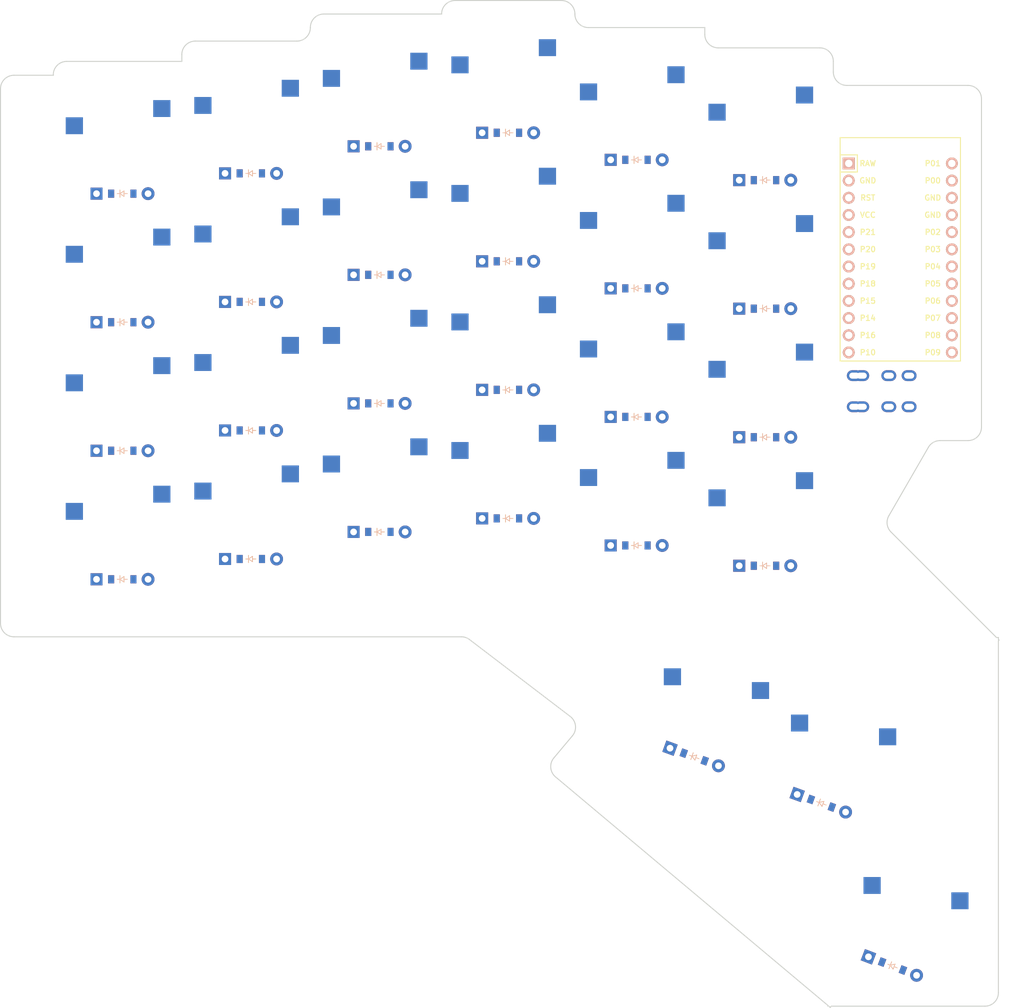
<source format=kicad_pcb>

            
(kicad_pcb (version 20171130) (host pcbnew 5.1.6)

  (page A3)
  (title_block
    (title scaarix_flow)
    (rev v1.0.0)
    (company Unknown)
  )

  (general
    (thickness 1.6)
  )

  (layers
    (0 F.Cu signal)
    (31 B.Cu signal)
    (32 B.Adhes user)
    (33 F.Adhes user)
    (34 B.Paste user)
    (35 F.Paste user)
    (36 B.SilkS user)
    (37 F.SilkS user)
    (38 B.Mask user)
    (39 F.Mask user)
    (40 Dwgs.User user)
    (41 Cmts.User user)
    (42 Eco1.User user)
    (43 Eco2.User user)
    (44 Edge.Cuts user)
    (45 Margin user)
    (46 B.CrtYd user)
    (47 F.CrtYd user)
    (48 B.Fab user)
    (49 F.Fab user)
  )

  (setup
    (last_trace_width 0.25)
    (trace_clearance 0.2)
    (zone_clearance 0.508)
    (zone_45_only no)
    (trace_min 0.2)
    (via_size 0.8)
    (via_drill 0.4)
    (via_min_size 0.4)
    (via_min_drill 0.3)
    (uvia_size 0.3)
    (uvia_drill 0.1)
    (uvias_allowed no)
    (uvia_min_size 0.2)
    (uvia_min_drill 0.1)
    (edge_width 0.05)
    (segment_width 0.2)
    (pcb_text_width 0.3)
    (pcb_text_size 1.5 1.5)
    (mod_edge_width 0.12)
    (mod_text_size 1 1)
    (mod_text_width 0.15)
    (pad_size 1.524 1.524)
    (pad_drill 0.762)
    (pad_to_mask_clearance 0.05)
    (aux_axis_origin 0 0)
    (visible_elements FFFFFF7F)
    (pcbplotparams
      (layerselection 0x010fc_ffffffff)
      (usegerberextensions false)
      (usegerberattributes true)
      (usegerberadvancedattributes true)
      (creategerberjobfile true)
      (excludeedgelayer true)
      (linewidth 0.100000)
      (plotframeref false)
      (viasonmask false)
      (mode 1)
      (useauxorigin false)
      (hpglpennumber 1)
      (hpglpenspeed 20)
      (hpglpendiameter 15.000000)
      (psnegative false)
      (psa4output false)
      (plotreference true)
      (plotvalue true)
      (plotinvisibletext false)
      (padsonsilk false)
      (subtractmaskfromsilk false)
      (outputformat 1)
      (mirror false)
      (drillshape 1)
      (scaleselection 1)
      (outputdirectory ""))
  )

            (net 0 "")
(net 1 "P21")
(net 2 "tab_bottom")
(net 3 "P16")
(net 4 "tab_home")
(net 5 "P10")
(net 6 "tab_top")
(net 7 "P6")
(net 8 "tab_num")
(net 9 "P5")
(net 10 "P20")
(net 11 "pinkie_bottom")
(net 12 "pinkie_home")
(net 13 "pinkie_top")
(net 14 "pinkie_num")
(net 15 "P19")
(net 16 "ring_bottom")
(net 17 "ring_home")
(net 18 "ring_top")
(net 19 "ring_num")
(net 20 "P18")
(net 21 "middle_bottom")
(net 22 "middle_home")
(net 23 "middle_top")
(net 24 "middle_num")
(net 25 "P15")
(net 26 "index_bottom")
(net 27 "index_home")
(net 28 "index_top")
(net 29 "index_num")
(net 30 "P14")
(net 31 "far_bottom")
(net 32 "far_home")
(net 33 "far_top")
(net 34 "far_num")
(net 35 "P8")
(net 36 "1_bottom")
(net 37 "P4")
(net 38 "1_top")
(net 39 "P3")
(net 40 "P9")
(net 41 "2_top")
(net 42 "RAW")
(net 43 "GND")
(net 44 "RST")
(net 45 "VCC")
(net 46 "P1")
(net 47 "P0")
(net 48 "P2")
(net 49 "P7")
            
  (net_class Default "This is the default net class."
    (clearance 0.2)
    (trace_width 0.25)
    (via_dia 0.8)
    (via_drill 0.4)
    (uvia_dia 0.3)
    (uvia_drill 0.1)
    (add_net "")
(add_net "P21")
(add_net "tab_bottom")
(add_net "P16")
(add_net "tab_home")
(add_net "P10")
(add_net "tab_top")
(add_net "P6")
(add_net "tab_num")
(add_net "P5")
(add_net "P20")
(add_net "pinkie_bottom")
(add_net "pinkie_home")
(add_net "pinkie_top")
(add_net "pinkie_num")
(add_net "P19")
(add_net "ring_bottom")
(add_net "ring_home")
(add_net "ring_top")
(add_net "ring_num")
(add_net "P18")
(add_net "middle_bottom")
(add_net "middle_home")
(add_net "middle_top")
(add_net "middle_num")
(add_net "P15")
(add_net "index_bottom")
(add_net "index_home")
(add_net "index_top")
(add_net "index_num")
(add_net "P14")
(add_net "far_bottom")
(add_net "far_home")
(add_net "far_top")
(add_net "far_num")
(add_net "P8")
(add_net "1_bottom")
(add_net "P4")
(add_net "1_top")
(add_net "P3")
(add_net "P9")
(add_net "2_top")
(add_net "RAW")
(add_net "GND")
(add_net "RST")
(add_net "VCC")
(add_net "P1")
(add_net "P0")
(add_net "P2")
(add_net "P7")
  )

            
        
      (module MX (layer F.Cu) (tedit 5DD4F656)
      (at 0 0 0)

      
      (fp_text reference "S1" (at 0 0) (layer F.SilkS) hide (effects (font (size 1.27 1.27) (thickness 0.15))))
      (fp_text value "" (at 0 0) (layer F.SilkS) hide (effects (font (size 1.27 1.27) (thickness 0.15))))

      
      (fp_line (start -7 -6) (end -7 -7) (layer Dwgs.User) (width 0.15))
      (fp_line (start -7 7) (end -6 7) (layer Dwgs.User) (width 0.15))
      (fp_line (start -6 -7) (end -7 -7) (layer Dwgs.User) (width 0.15))
      (fp_line (start -7 7) (end -7 6) (layer Dwgs.User) (width 0.15))
      (fp_line (start 7 6) (end 7 7) (layer Dwgs.User) (width 0.15))
      (fp_line (start 7 -7) (end 6 -7) (layer Dwgs.User) (width 0.15))
      (fp_line (start 6 7) (end 7 7) (layer Dwgs.User) (width 0.15))
      (fp_line (start 7 -7) (end 7 -6) (layer Dwgs.User) (width 0.15))
    
      
      (pad "" np_thru_hole circle (at 0 0) (size 3.9878 3.9878) (drill 3.9878) (layers *.Cu *.Mask))

      
      (pad "" np_thru_hole circle (at 5.08 0) (size 1.7018 1.7018) (drill 1.7018) (layers *.Cu *.Mask))
      (pad "" np_thru_hole circle (at -5.08 0) (size 1.7018 1.7018) (drill 1.7018) (layers *.Cu *.Mask))
      
        
      
      (fp_line (start -9.5 -9.5) (end 9.5 -9.5) (layer Dwgs.User) (width 0.15))
      (fp_line (start 9.5 -9.5) (end 9.5 9.5) (layer Dwgs.User) (width 0.15))
      (fp_line (start 9.5 9.5) (end -9.5 9.5) (layer Dwgs.User) (width 0.15))
      (fp_line (start -9.5 9.5) (end -9.5 -9.5) (layer Dwgs.User) (width 0.15))
      
        
        
        (pad "" np_thru_hole circle (at 2.54 -5.08) (size 3 3) (drill 3) (layers *.Cu *.Mask))
        (pad "" np_thru_hole circle (at -3.81 -2.54) (size 3 3) (drill 3) (layers *.Cu *.Mask))
        
        
        (pad 1 smd rect (at -7.085 -2.54 180) (size 2.55 2.5) (layers B.Cu B.Paste B.Mask) (net 1 "P21"))
        (pad 2 smd rect (at 5.842 -5.08 180) (size 2.55 2.5) (layers B.Cu B.Paste B.Mask) (net 2 "tab_bottom"))
        )
        

  
    (module ComboDiode (layer F.Cu) (tedit 5B24D78E)


        (at 0 7.5 0)

        
        (fp_text reference "D1" (at 0 0) (layer F.SilkS) hide (effects (font (size 1.27 1.27) (thickness 0.15))))
        (fp_text value "" (at 0 0) (layer F.SilkS) hide (effects (font (size 1.27 1.27) (thickness 0.15))))
        
        
        (fp_line (start 0.25 0) (end 0.75 0) (layer F.SilkS) (width 0.1))
        (fp_line (start 0.25 0.4) (end -0.35 0) (layer F.SilkS) (width 0.1))
        (fp_line (start 0.25 -0.4) (end 0.25 0.4) (layer F.SilkS) (width 0.1))
        (fp_line (start -0.35 0) (end 0.25 -0.4) (layer F.SilkS) (width 0.1))
        (fp_line (start -0.35 0) (end -0.35 0.55) (layer F.SilkS) (width 0.1))
        (fp_line (start -0.35 0) (end -0.35 -0.55) (layer F.SilkS) (width 0.1))
        (fp_line (start -0.75 0) (end -0.35 0) (layer F.SilkS) (width 0.1))
        (fp_line (start 0.25 0) (end 0.75 0) (layer B.SilkS) (width 0.1))
        (fp_line (start 0.25 0.4) (end -0.35 0) (layer B.SilkS) (width 0.1))
        (fp_line (start 0.25 -0.4) (end 0.25 0.4) (layer B.SilkS) (width 0.1))
        (fp_line (start -0.35 0) (end 0.25 -0.4) (layer B.SilkS) (width 0.1))
        (fp_line (start -0.35 0) (end -0.35 0.55) (layer B.SilkS) (width 0.1))
        (fp_line (start -0.35 0) (end -0.35 -0.55) (layer B.SilkS) (width 0.1))
        (fp_line (start -0.75 0) (end -0.35 0) (layer B.SilkS) (width 0.1))
    
        
        (pad 1 smd rect (at -1.65 0 0) (size 0.9 1.2) (layers F.Cu F.Paste F.Mask) (net 3 "P16"))
        (pad 2 smd rect (at 1.65 0 0) (size 0.9 1.2) (layers B.Cu B.Paste B.Mask) (net 2 "tab_bottom"))
        (pad 1 smd rect (at -1.65 0 0) (size 0.9 1.2) (layers B.Cu B.Paste B.Mask) (net 3 "P16"))
        (pad 2 smd rect (at 1.65 0 0) (size 0.9 1.2) (layers F.Cu F.Paste F.Mask) (net 2 "tab_bottom"))
        
        
        (pad 1 thru_hole circle (at 3.81 0 0) (size 1.905 1.905) (drill 0.9906) (layers *.Cu *.Mask) (net 2 "tab_bottom"))
        (pad 2 thru_hole rect (at -3.81 0 0) (size 1.778 1.778) (drill 0.9906) (layers *.Cu *.Mask) (net 3 "P16"))
    )
  
    

        
      (module MX (layer F.Cu) (tedit 5DD4F656)
      (at 0 -19 0)

      
      (fp_text reference "S2" (at 0 0) (layer F.SilkS) hide (effects (font (size 1.27 1.27) (thickness 0.15))))
      (fp_text value "" (at 0 0) (layer F.SilkS) hide (effects (font (size 1.27 1.27) (thickness 0.15))))

      
      (fp_line (start -7 -6) (end -7 -7) (layer Dwgs.User) (width 0.15))
      (fp_line (start -7 7) (end -6 7) (layer Dwgs.User) (width 0.15))
      (fp_line (start -6 -7) (end -7 -7) (layer Dwgs.User) (width 0.15))
      (fp_line (start -7 7) (end -7 6) (layer Dwgs.User) (width 0.15))
      (fp_line (start 7 6) (end 7 7) (layer Dwgs.User) (width 0.15))
      (fp_line (start 7 -7) (end 6 -7) (layer Dwgs.User) (width 0.15))
      (fp_line (start 6 7) (end 7 7) (layer Dwgs.User) (width 0.15))
      (fp_line (start 7 -7) (end 7 -6) (layer Dwgs.User) (width 0.15))
    
      
      (pad "" np_thru_hole circle (at 0 0) (size 3.9878 3.9878) (drill 3.9878) (layers *.Cu *.Mask))

      
      (pad "" np_thru_hole circle (at 5.08 0) (size 1.7018 1.7018) (drill 1.7018) (layers *.Cu *.Mask))
      (pad "" np_thru_hole circle (at -5.08 0) (size 1.7018 1.7018) (drill 1.7018) (layers *.Cu *.Mask))
      
        
      
      (fp_line (start -9.5 -9.5) (end 9.5 -9.5) (layer Dwgs.User) (width 0.15))
      (fp_line (start 9.5 -9.5) (end 9.5 9.5) (layer Dwgs.User) (width 0.15))
      (fp_line (start 9.5 9.5) (end -9.5 9.5) (layer Dwgs.User) (width 0.15))
      (fp_line (start -9.5 9.5) (end -9.5 -9.5) (layer Dwgs.User) (width 0.15))
      
        
        
        (pad "" np_thru_hole circle (at 2.54 -5.08) (size 3 3) (drill 3) (layers *.Cu *.Mask))
        (pad "" np_thru_hole circle (at -3.81 -2.54) (size 3 3) (drill 3) (layers *.Cu *.Mask))
        
        
        (pad 1 smd rect (at -7.085 -2.54 180) (size 2.55 2.5) (layers B.Cu B.Paste B.Mask) (net 1 "P21"))
        (pad 2 smd rect (at 5.842 -5.08 180) (size 2.55 2.5) (layers B.Cu B.Paste B.Mask) (net 4 "tab_home"))
        )
        

  
    (module ComboDiode (layer F.Cu) (tedit 5B24D78E)


        (at 0 -11.5 0)

        
        (fp_text reference "D2" (at 0 0) (layer F.SilkS) hide (effects (font (size 1.27 1.27) (thickness 0.15))))
        (fp_text value "" (at 0 0) (layer F.SilkS) hide (effects (font (size 1.27 1.27) (thickness 0.15))))
        
        
        (fp_line (start 0.25 0) (end 0.75 0) (layer F.SilkS) (width 0.1))
        (fp_line (start 0.25 0.4) (end -0.35 0) (layer F.SilkS) (width 0.1))
        (fp_line (start 0.25 -0.4) (end 0.25 0.4) (layer F.SilkS) (width 0.1))
        (fp_line (start -0.35 0) (end 0.25 -0.4) (layer F.SilkS) (width 0.1))
        (fp_line (start -0.35 0) (end -0.35 0.55) (layer F.SilkS) (width 0.1))
        (fp_line (start -0.35 0) (end -0.35 -0.55) (layer F.SilkS) (width 0.1))
        (fp_line (start -0.75 0) (end -0.35 0) (layer F.SilkS) (width 0.1))
        (fp_line (start 0.25 0) (end 0.75 0) (layer B.SilkS) (width 0.1))
        (fp_line (start 0.25 0.4) (end -0.35 0) (layer B.SilkS) (width 0.1))
        (fp_line (start 0.25 -0.4) (end 0.25 0.4) (layer B.SilkS) (width 0.1))
        (fp_line (start -0.35 0) (end 0.25 -0.4) (layer B.SilkS) (width 0.1))
        (fp_line (start -0.35 0) (end -0.35 0.55) (layer B.SilkS) (width 0.1))
        (fp_line (start -0.35 0) (end -0.35 -0.55) (layer B.SilkS) (width 0.1))
        (fp_line (start -0.75 0) (end -0.35 0) (layer B.SilkS) (width 0.1))
    
        
        (pad 1 smd rect (at -1.65 0 0) (size 0.9 1.2) (layers F.Cu F.Paste F.Mask) (net 5 "P10"))
        (pad 2 smd rect (at 1.65 0 0) (size 0.9 1.2) (layers B.Cu B.Paste B.Mask) (net 4 "tab_home"))
        (pad 1 smd rect (at -1.65 0 0) (size 0.9 1.2) (layers B.Cu B.Paste B.Mask) (net 5 "P10"))
        (pad 2 smd rect (at 1.65 0 0) (size 0.9 1.2) (layers F.Cu F.Paste F.Mask) (net 4 "tab_home"))
        
        
        (pad 1 thru_hole circle (at 3.81 0 0) (size 1.905 1.905) (drill 0.9906) (layers *.Cu *.Mask) (net 4 "tab_home"))
        (pad 2 thru_hole rect (at -3.81 0 0) (size 1.778 1.778) (drill 0.9906) (layers *.Cu *.Mask) (net 5 "P10"))
    )
  
    

        
      (module MX (layer F.Cu) (tedit 5DD4F656)
      (at 0 -38 0)

      
      (fp_text reference "S3" (at 0 0) (layer F.SilkS) hide (effects (font (size 1.27 1.27) (thickness 0.15))))
      (fp_text value "" (at 0 0) (layer F.SilkS) hide (effects (font (size 1.27 1.27) (thickness 0.15))))

      
      (fp_line (start -7 -6) (end -7 -7) (layer Dwgs.User) (width 0.15))
      (fp_line (start -7 7) (end -6 7) (layer Dwgs.User) (width 0.15))
      (fp_line (start -6 -7) (end -7 -7) (layer Dwgs.User) (width 0.15))
      (fp_line (start -7 7) (end -7 6) (layer Dwgs.User) (width 0.15))
      (fp_line (start 7 6) (end 7 7) (layer Dwgs.User) (width 0.15))
      (fp_line (start 7 -7) (end 6 -7) (layer Dwgs.User) (width 0.15))
      (fp_line (start 6 7) (end 7 7) (layer Dwgs.User) (width 0.15))
      (fp_line (start 7 -7) (end 7 -6) (layer Dwgs.User) (width 0.15))
    
      
      (pad "" np_thru_hole circle (at 0 0) (size 3.9878 3.9878) (drill 3.9878) (layers *.Cu *.Mask))

      
      (pad "" np_thru_hole circle (at 5.08 0) (size 1.7018 1.7018) (drill 1.7018) (layers *.Cu *.Mask))
      (pad "" np_thru_hole circle (at -5.08 0) (size 1.7018 1.7018) (drill 1.7018) (layers *.Cu *.Mask))
      
        
      
      (fp_line (start -9.5 -9.5) (end 9.5 -9.5) (layer Dwgs.User) (width 0.15))
      (fp_line (start 9.5 -9.5) (end 9.5 9.5) (layer Dwgs.User) (width 0.15))
      (fp_line (start 9.5 9.5) (end -9.5 9.5) (layer Dwgs.User) (width 0.15))
      (fp_line (start -9.5 9.5) (end -9.5 -9.5) (layer Dwgs.User) (width 0.15))
      
        
        
        (pad "" np_thru_hole circle (at 2.54 -5.08) (size 3 3) (drill 3) (layers *.Cu *.Mask))
        (pad "" np_thru_hole circle (at -3.81 -2.54) (size 3 3) (drill 3) (layers *.Cu *.Mask))
        
        
        (pad 1 smd rect (at -7.085 -2.54 180) (size 2.55 2.5) (layers B.Cu B.Paste B.Mask) (net 1 "P21"))
        (pad 2 smd rect (at 5.842 -5.08 180) (size 2.55 2.5) (layers B.Cu B.Paste B.Mask) (net 6 "tab_top"))
        )
        

  
    (module ComboDiode (layer F.Cu) (tedit 5B24D78E)


        (at 0 -30.5 0)

        
        (fp_text reference "D3" (at 0 0) (layer F.SilkS) hide (effects (font (size 1.27 1.27) (thickness 0.15))))
        (fp_text value "" (at 0 0) (layer F.SilkS) hide (effects (font (size 1.27 1.27) (thickness 0.15))))
        
        
        (fp_line (start 0.25 0) (end 0.75 0) (layer F.SilkS) (width 0.1))
        (fp_line (start 0.25 0.4) (end -0.35 0) (layer F.SilkS) (width 0.1))
        (fp_line (start 0.25 -0.4) (end 0.25 0.4) (layer F.SilkS) (width 0.1))
        (fp_line (start -0.35 0) (end 0.25 -0.4) (layer F.SilkS) (width 0.1))
        (fp_line (start -0.35 0) (end -0.35 0.55) (layer F.SilkS) (width 0.1))
        (fp_line (start -0.35 0) (end -0.35 -0.55) (layer F.SilkS) (width 0.1))
        (fp_line (start -0.75 0) (end -0.35 0) (layer F.SilkS) (width 0.1))
        (fp_line (start 0.25 0) (end 0.75 0) (layer B.SilkS) (width 0.1))
        (fp_line (start 0.25 0.4) (end -0.35 0) (layer B.SilkS) (width 0.1))
        (fp_line (start 0.25 -0.4) (end 0.25 0.4) (layer B.SilkS) (width 0.1))
        (fp_line (start -0.35 0) (end 0.25 -0.4) (layer B.SilkS) (width 0.1))
        (fp_line (start -0.35 0) (end -0.35 0.55) (layer B.SilkS) (width 0.1))
        (fp_line (start -0.35 0) (end -0.35 -0.55) (layer B.SilkS) (width 0.1))
        (fp_line (start -0.75 0) (end -0.35 0) (layer B.SilkS) (width 0.1))
    
        
        (pad 1 smd rect (at -1.65 0 0) (size 0.9 1.2) (layers F.Cu F.Paste F.Mask) (net 7 "P6"))
        (pad 2 smd rect (at 1.65 0 0) (size 0.9 1.2) (layers B.Cu B.Paste B.Mask) (net 6 "tab_top"))
        (pad 1 smd rect (at -1.65 0 0) (size 0.9 1.2) (layers B.Cu B.Paste B.Mask) (net 7 "P6"))
        (pad 2 smd rect (at 1.65 0 0) (size 0.9 1.2) (layers F.Cu F.Paste F.Mask) (net 6 "tab_top"))
        
        
        (pad 1 thru_hole circle (at 3.81 0 0) (size 1.905 1.905) (drill 0.9906) (layers *.Cu *.Mask) (net 6 "tab_top"))
        (pad 2 thru_hole rect (at -3.81 0 0) (size 1.778 1.778) (drill 0.9906) (layers *.Cu *.Mask) (net 7 "P6"))
    )
  
    

        
      (module MX (layer F.Cu) (tedit 5DD4F656)
      (at 0 -57 0)

      
      (fp_text reference "S4" (at 0 0) (layer F.SilkS) hide (effects (font (size 1.27 1.27) (thickness 0.15))))
      (fp_text value "" (at 0 0) (layer F.SilkS) hide (effects (font (size 1.27 1.27) (thickness 0.15))))

      
      (fp_line (start -7 -6) (end -7 -7) (layer Dwgs.User) (width 0.15))
      (fp_line (start -7 7) (end -6 7) (layer Dwgs.User) (width 0.15))
      (fp_line (start -6 -7) (end -7 -7) (layer Dwgs.User) (width 0.15))
      (fp_line (start -7 7) (end -7 6) (layer Dwgs.User) (width 0.15))
      (fp_line (start 7 6) (end 7 7) (layer Dwgs.User) (width 0.15))
      (fp_line (start 7 -7) (end 6 -7) (layer Dwgs.User) (width 0.15))
      (fp_line (start 6 7) (end 7 7) (layer Dwgs.User) (width 0.15))
      (fp_line (start 7 -7) (end 7 -6) (layer Dwgs.User) (width 0.15))
    
      
      (pad "" np_thru_hole circle (at 0 0) (size 3.9878 3.9878) (drill 3.9878) (layers *.Cu *.Mask))

      
      (pad "" np_thru_hole circle (at 5.08 0) (size 1.7018 1.7018) (drill 1.7018) (layers *.Cu *.Mask))
      (pad "" np_thru_hole circle (at -5.08 0) (size 1.7018 1.7018) (drill 1.7018) (layers *.Cu *.Mask))
      
        
      
      (fp_line (start -9.5 -9.5) (end 9.5 -9.5) (layer Dwgs.User) (width 0.15))
      (fp_line (start 9.5 -9.5) (end 9.5 9.5) (layer Dwgs.User) (width 0.15))
      (fp_line (start 9.5 9.5) (end -9.5 9.5) (layer Dwgs.User) (width 0.15))
      (fp_line (start -9.5 9.5) (end -9.5 -9.5) (layer Dwgs.User) (width 0.15))
      
        
        
        (pad "" np_thru_hole circle (at 2.54 -5.08) (size 3 3) (drill 3) (layers *.Cu *.Mask))
        (pad "" np_thru_hole circle (at -3.81 -2.54) (size 3 3) (drill 3) (layers *.Cu *.Mask))
        
        
        (pad 1 smd rect (at -7.085 -2.54 180) (size 2.55 2.5) (layers B.Cu B.Paste B.Mask) (net 1 "P21"))
        (pad 2 smd rect (at 5.842 -5.08 180) (size 2.55 2.5) (layers B.Cu B.Paste B.Mask) (net 8 "tab_num"))
        )
        

  
    (module ComboDiode (layer F.Cu) (tedit 5B24D78E)


        (at 0 -49.5 0)

        
        (fp_text reference "D4" (at 0 0) (layer F.SilkS) hide (effects (font (size 1.27 1.27) (thickness 0.15))))
        (fp_text value "" (at 0 0) (layer F.SilkS) hide (effects (font (size 1.27 1.27) (thickness 0.15))))
        
        
        (fp_line (start 0.25 0) (end 0.75 0) (layer F.SilkS) (width 0.1))
        (fp_line (start 0.25 0.4) (end -0.35 0) (layer F.SilkS) (width 0.1))
        (fp_line (start 0.25 -0.4) (end 0.25 0.4) (layer F.SilkS) (width 0.1))
        (fp_line (start -0.35 0) (end 0.25 -0.4) (layer F.SilkS) (width 0.1))
        (fp_line (start -0.35 0) (end -0.35 0.55) (layer F.SilkS) (width 0.1))
        (fp_line (start -0.35 0) (end -0.35 -0.55) (layer F.SilkS) (width 0.1))
        (fp_line (start -0.75 0) (end -0.35 0) (layer F.SilkS) (width 0.1))
        (fp_line (start 0.25 0) (end 0.75 0) (layer B.SilkS) (width 0.1))
        (fp_line (start 0.25 0.4) (end -0.35 0) (layer B.SilkS) (width 0.1))
        (fp_line (start 0.25 -0.4) (end 0.25 0.4) (layer B.SilkS) (width 0.1))
        (fp_line (start -0.35 0) (end 0.25 -0.4) (layer B.SilkS) (width 0.1))
        (fp_line (start -0.35 0) (end -0.35 0.55) (layer B.SilkS) (width 0.1))
        (fp_line (start -0.35 0) (end -0.35 -0.55) (layer B.SilkS) (width 0.1))
        (fp_line (start -0.75 0) (end -0.35 0) (layer B.SilkS) (width 0.1))
    
        
        (pad 1 smd rect (at -1.65 0 0) (size 0.9 1.2) (layers F.Cu F.Paste F.Mask) (net 9 "P5"))
        (pad 2 smd rect (at 1.65 0 0) (size 0.9 1.2) (layers B.Cu B.Paste B.Mask) (net 8 "tab_num"))
        (pad 1 smd rect (at -1.65 0 0) (size 0.9 1.2) (layers B.Cu B.Paste B.Mask) (net 9 "P5"))
        (pad 2 smd rect (at 1.65 0 0) (size 0.9 1.2) (layers F.Cu F.Paste F.Mask) (net 8 "tab_num"))
        
        
        (pad 1 thru_hole circle (at 3.81 0 0) (size 1.905 1.905) (drill 0.9906) (layers *.Cu *.Mask) (net 8 "tab_num"))
        (pad 2 thru_hole rect (at -3.81 0 0) (size 1.778 1.778) (drill 0.9906) (layers *.Cu *.Mask) (net 9 "P5"))
    )
  
    

        
      (module MX (layer F.Cu) (tedit 5DD4F656)
      (at 19 -3 0)

      
      (fp_text reference "S5" (at 0 0) (layer F.SilkS) hide (effects (font (size 1.27 1.27) (thickness 0.15))))
      (fp_text value "" (at 0 0) (layer F.SilkS) hide (effects (font (size 1.27 1.27) (thickness 0.15))))

      
      (fp_line (start -7 -6) (end -7 -7) (layer Dwgs.User) (width 0.15))
      (fp_line (start -7 7) (end -6 7) (layer Dwgs.User) (width 0.15))
      (fp_line (start -6 -7) (end -7 -7) (layer Dwgs.User) (width 0.15))
      (fp_line (start -7 7) (end -7 6) (layer Dwgs.User) (width 0.15))
      (fp_line (start 7 6) (end 7 7) (layer Dwgs.User) (width 0.15))
      (fp_line (start 7 -7) (end 6 -7) (layer Dwgs.User) (width 0.15))
      (fp_line (start 6 7) (end 7 7) (layer Dwgs.User) (width 0.15))
      (fp_line (start 7 -7) (end 7 -6) (layer Dwgs.User) (width 0.15))
    
      
      (pad "" np_thru_hole circle (at 0 0) (size 3.9878 3.9878) (drill 3.9878) (layers *.Cu *.Mask))

      
      (pad "" np_thru_hole circle (at 5.08 0) (size 1.7018 1.7018) (drill 1.7018) (layers *.Cu *.Mask))
      (pad "" np_thru_hole circle (at -5.08 0) (size 1.7018 1.7018) (drill 1.7018) (layers *.Cu *.Mask))
      
        
      
      (fp_line (start -9.5 -9.5) (end 9.5 -9.5) (layer Dwgs.User) (width 0.15))
      (fp_line (start 9.5 -9.5) (end 9.5 9.5) (layer Dwgs.User) (width 0.15))
      (fp_line (start 9.5 9.5) (end -9.5 9.5) (layer Dwgs.User) (width 0.15))
      (fp_line (start -9.5 9.5) (end -9.5 -9.5) (layer Dwgs.User) (width 0.15))
      
        
        
        (pad "" np_thru_hole circle (at 2.54 -5.08) (size 3 3) (drill 3) (layers *.Cu *.Mask))
        (pad "" np_thru_hole circle (at -3.81 -2.54) (size 3 3) (drill 3) (layers *.Cu *.Mask))
        
        
        (pad 1 smd rect (at -7.085 -2.54 180) (size 2.55 2.5) (layers B.Cu B.Paste B.Mask) (net 10 "P20"))
        (pad 2 smd rect (at 5.842 -5.08 180) (size 2.55 2.5) (layers B.Cu B.Paste B.Mask) (net 11 "pinkie_bottom"))
        )
        

  
    (module ComboDiode (layer F.Cu) (tedit 5B24D78E)


        (at 19 4.5 0)

        
        (fp_text reference "D5" (at 0 0) (layer F.SilkS) hide (effects (font (size 1.27 1.27) (thickness 0.15))))
        (fp_text value "" (at 0 0) (layer F.SilkS) hide (effects (font (size 1.27 1.27) (thickness 0.15))))
        
        
        (fp_line (start 0.25 0) (end 0.75 0) (layer F.SilkS) (width 0.1))
        (fp_line (start 0.25 0.4) (end -0.35 0) (layer F.SilkS) (width 0.1))
        (fp_line (start 0.25 -0.4) (end 0.25 0.4) (layer F.SilkS) (width 0.1))
        (fp_line (start -0.35 0) (end 0.25 -0.4) (layer F.SilkS) (width 0.1))
        (fp_line (start -0.35 0) (end -0.35 0.55) (layer F.SilkS) (width 0.1))
        (fp_line (start -0.35 0) (end -0.35 -0.55) (layer F.SilkS) (width 0.1))
        (fp_line (start -0.75 0) (end -0.35 0) (layer F.SilkS) (width 0.1))
        (fp_line (start 0.25 0) (end 0.75 0) (layer B.SilkS) (width 0.1))
        (fp_line (start 0.25 0.4) (end -0.35 0) (layer B.SilkS) (width 0.1))
        (fp_line (start 0.25 -0.4) (end 0.25 0.4) (layer B.SilkS) (width 0.1))
        (fp_line (start -0.35 0) (end 0.25 -0.4) (layer B.SilkS) (width 0.1))
        (fp_line (start -0.35 0) (end -0.35 0.55) (layer B.SilkS) (width 0.1))
        (fp_line (start -0.35 0) (end -0.35 -0.55) (layer B.SilkS) (width 0.1))
        (fp_line (start -0.75 0) (end -0.35 0) (layer B.SilkS) (width 0.1))
    
        
        (pad 1 smd rect (at -1.65 0 0) (size 0.9 1.2) (layers F.Cu F.Paste F.Mask) (net 3 "P16"))
        (pad 2 smd rect (at 1.65 0 0) (size 0.9 1.2) (layers B.Cu B.Paste B.Mask) (net 11 "pinkie_bottom"))
        (pad 1 smd rect (at -1.65 0 0) (size 0.9 1.2) (layers B.Cu B.Paste B.Mask) (net 3 "P16"))
        (pad 2 smd rect (at 1.65 0 0) (size 0.9 1.2) (layers F.Cu F.Paste F.Mask) (net 11 "pinkie_bottom"))
        
        
        (pad 1 thru_hole circle (at 3.81 0 0) (size 1.905 1.905) (drill 0.9906) (layers *.Cu *.Mask) (net 11 "pinkie_bottom"))
        (pad 2 thru_hole rect (at -3.81 0 0) (size 1.778 1.778) (drill 0.9906) (layers *.Cu *.Mask) (net 3 "P16"))
    )
  
    

        
      (module MX (layer F.Cu) (tedit 5DD4F656)
      (at 19 -22 0)

      
      (fp_text reference "S6" (at 0 0) (layer F.SilkS) hide (effects (font (size 1.27 1.27) (thickness 0.15))))
      (fp_text value "" (at 0 0) (layer F.SilkS) hide (effects (font (size 1.27 1.27) (thickness 0.15))))

      
      (fp_line (start -7 -6) (end -7 -7) (layer Dwgs.User) (width 0.15))
      (fp_line (start -7 7) (end -6 7) (layer Dwgs.User) (width 0.15))
      (fp_line (start -6 -7) (end -7 -7) (layer Dwgs.User) (width 0.15))
      (fp_line (start -7 7) (end -7 6) (layer Dwgs.User) (width 0.15))
      (fp_line (start 7 6) (end 7 7) (layer Dwgs.User) (width 0.15))
      (fp_line (start 7 -7) (end 6 -7) (layer Dwgs.User) (width 0.15))
      (fp_line (start 6 7) (end 7 7) (layer Dwgs.User) (width 0.15))
      (fp_line (start 7 -7) (end 7 -6) (layer Dwgs.User) (width 0.15))
    
      
      (pad "" np_thru_hole circle (at 0 0) (size 3.9878 3.9878) (drill 3.9878) (layers *.Cu *.Mask))

      
      (pad "" np_thru_hole circle (at 5.08 0) (size 1.7018 1.7018) (drill 1.7018) (layers *.Cu *.Mask))
      (pad "" np_thru_hole circle (at -5.08 0) (size 1.7018 1.7018) (drill 1.7018) (layers *.Cu *.Mask))
      
        
      
      (fp_line (start -9.5 -9.5) (end 9.5 -9.5) (layer Dwgs.User) (width 0.15))
      (fp_line (start 9.5 -9.5) (end 9.5 9.5) (layer Dwgs.User) (width 0.15))
      (fp_line (start 9.5 9.5) (end -9.5 9.5) (layer Dwgs.User) (width 0.15))
      (fp_line (start -9.5 9.5) (end -9.5 -9.5) (layer Dwgs.User) (width 0.15))
      
        
        
        (pad "" np_thru_hole circle (at 2.54 -5.08) (size 3 3) (drill 3) (layers *.Cu *.Mask))
        (pad "" np_thru_hole circle (at -3.81 -2.54) (size 3 3) (drill 3) (layers *.Cu *.Mask))
        
        
        (pad 1 smd rect (at -7.085 -2.54 180) (size 2.55 2.5) (layers B.Cu B.Paste B.Mask) (net 10 "P20"))
        (pad 2 smd rect (at 5.842 -5.08 180) (size 2.55 2.5) (layers B.Cu B.Paste B.Mask) (net 12 "pinkie_home"))
        )
        

  
    (module ComboDiode (layer F.Cu) (tedit 5B24D78E)


        (at 19 -14.5 0)

        
        (fp_text reference "D6" (at 0 0) (layer F.SilkS) hide (effects (font (size 1.27 1.27) (thickness 0.15))))
        (fp_text value "" (at 0 0) (layer F.SilkS) hide (effects (font (size 1.27 1.27) (thickness 0.15))))
        
        
        (fp_line (start 0.25 0) (end 0.75 0) (layer F.SilkS) (width 0.1))
        (fp_line (start 0.25 0.4) (end -0.35 0) (layer F.SilkS) (width 0.1))
        (fp_line (start 0.25 -0.4) (end 0.25 0.4) (layer F.SilkS) (width 0.1))
        (fp_line (start -0.35 0) (end 0.25 -0.4) (layer F.SilkS) (width 0.1))
        (fp_line (start -0.35 0) (end -0.35 0.55) (layer F.SilkS) (width 0.1))
        (fp_line (start -0.35 0) (end -0.35 -0.55) (layer F.SilkS) (width 0.1))
        (fp_line (start -0.75 0) (end -0.35 0) (layer F.SilkS) (width 0.1))
        (fp_line (start 0.25 0) (end 0.75 0) (layer B.SilkS) (width 0.1))
        (fp_line (start 0.25 0.4) (end -0.35 0) (layer B.SilkS) (width 0.1))
        (fp_line (start 0.25 -0.4) (end 0.25 0.4) (layer B.SilkS) (width 0.1))
        (fp_line (start -0.35 0) (end 0.25 -0.4) (layer B.SilkS) (width 0.1))
        (fp_line (start -0.35 0) (end -0.35 0.55) (layer B.SilkS) (width 0.1))
        (fp_line (start -0.35 0) (end -0.35 -0.55) (layer B.SilkS) (width 0.1))
        (fp_line (start -0.75 0) (end -0.35 0) (layer B.SilkS) (width 0.1))
    
        
        (pad 1 smd rect (at -1.65 0 0) (size 0.9 1.2) (layers F.Cu F.Paste F.Mask) (net 5 "P10"))
        (pad 2 smd rect (at 1.65 0 0) (size 0.9 1.2) (layers B.Cu B.Paste B.Mask) (net 12 "pinkie_home"))
        (pad 1 smd rect (at -1.65 0 0) (size 0.9 1.2) (layers B.Cu B.Paste B.Mask) (net 5 "P10"))
        (pad 2 smd rect (at 1.65 0 0) (size 0.9 1.2) (layers F.Cu F.Paste F.Mask) (net 12 "pinkie_home"))
        
        
        (pad 1 thru_hole circle (at 3.81 0 0) (size 1.905 1.905) (drill 0.9906) (layers *.Cu *.Mask) (net 12 "pinkie_home"))
        (pad 2 thru_hole rect (at -3.81 0 0) (size 1.778 1.778) (drill 0.9906) (layers *.Cu *.Mask) (net 5 "P10"))
    )
  
    

        
      (module MX (layer F.Cu) (tedit 5DD4F656)
      (at 19 -41 0)

      
      (fp_text reference "S7" (at 0 0) (layer F.SilkS) hide (effects (font (size 1.27 1.27) (thickness 0.15))))
      (fp_text value "" (at 0 0) (layer F.SilkS) hide (effects (font (size 1.27 1.27) (thickness 0.15))))

      
      (fp_line (start -7 -6) (end -7 -7) (layer Dwgs.User) (width 0.15))
      (fp_line (start -7 7) (end -6 7) (layer Dwgs.User) (width 0.15))
      (fp_line (start -6 -7) (end -7 -7) (layer Dwgs.User) (width 0.15))
      (fp_line (start -7 7) (end -7 6) (layer Dwgs.User) (width 0.15))
      (fp_line (start 7 6) (end 7 7) (layer Dwgs.User) (width 0.15))
      (fp_line (start 7 -7) (end 6 -7) (layer Dwgs.User) (width 0.15))
      (fp_line (start 6 7) (end 7 7) (layer Dwgs.User) (width 0.15))
      (fp_line (start 7 -7) (end 7 -6) (layer Dwgs.User) (width 0.15))
    
      
      (pad "" np_thru_hole circle (at 0 0) (size 3.9878 3.9878) (drill 3.9878) (layers *.Cu *.Mask))

      
      (pad "" np_thru_hole circle (at 5.08 0) (size 1.7018 1.7018) (drill 1.7018) (layers *.Cu *.Mask))
      (pad "" np_thru_hole circle (at -5.08 0) (size 1.7018 1.7018) (drill 1.7018) (layers *.Cu *.Mask))
      
        
      
      (fp_line (start -9.5 -9.5) (end 9.5 -9.5) (layer Dwgs.User) (width 0.15))
      (fp_line (start 9.5 -9.5) (end 9.5 9.5) (layer Dwgs.User) (width 0.15))
      (fp_line (start 9.5 9.5) (end -9.5 9.5) (layer Dwgs.User) (width 0.15))
      (fp_line (start -9.5 9.5) (end -9.5 -9.5) (layer Dwgs.User) (width 0.15))
      
        
        
        (pad "" np_thru_hole circle (at 2.54 -5.08) (size 3 3) (drill 3) (layers *.Cu *.Mask))
        (pad "" np_thru_hole circle (at -3.81 -2.54) (size 3 3) (drill 3) (layers *.Cu *.Mask))
        
        
        (pad 1 smd rect (at -7.085 -2.54 180) (size 2.55 2.5) (layers B.Cu B.Paste B.Mask) (net 10 "P20"))
        (pad 2 smd rect (at 5.842 -5.08 180) (size 2.55 2.5) (layers B.Cu B.Paste B.Mask) (net 13 "pinkie_top"))
        )
        

  
    (module ComboDiode (layer F.Cu) (tedit 5B24D78E)


        (at 19 -33.5 0)

        
        (fp_text reference "D7" (at 0 0) (layer F.SilkS) hide (effects (font (size 1.27 1.27) (thickness 0.15))))
        (fp_text value "" (at 0 0) (layer F.SilkS) hide (effects (font (size 1.27 1.27) (thickness 0.15))))
        
        
        (fp_line (start 0.25 0) (end 0.75 0) (layer F.SilkS) (width 0.1))
        (fp_line (start 0.25 0.4) (end -0.35 0) (layer F.SilkS) (width 0.1))
        (fp_line (start 0.25 -0.4) (end 0.25 0.4) (layer F.SilkS) (width 0.1))
        (fp_line (start -0.35 0) (end 0.25 -0.4) (layer F.SilkS) (width 0.1))
        (fp_line (start -0.35 0) (end -0.35 0.55) (layer F.SilkS) (width 0.1))
        (fp_line (start -0.35 0) (end -0.35 -0.55) (layer F.SilkS) (width 0.1))
        (fp_line (start -0.75 0) (end -0.35 0) (layer F.SilkS) (width 0.1))
        (fp_line (start 0.25 0) (end 0.75 0) (layer B.SilkS) (width 0.1))
        (fp_line (start 0.25 0.4) (end -0.35 0) (layer B.SilkS) (width 0.1))
        (fp_line (start 0.25 -0.4) (end 0.25 0.4) (layer B.SilkS) (width 0.1))
        (fp_line (start -0.35 0) (end 0.25 -0.4) (layer B.SilkS) (width 0.1))
        (fp_line (start -0.35 0) (end -0.35 0.55) (layer B.SilkS) (width 0.1))
        (fp_line (start -0.35 0) (end -0.35 -0.55) (layer B.SilkS) (width 0.1))
        (fp_line (start -0.75 0) (end -0.35 0) (layer B.SilkS) (width 0.1))
    
        
        (pad 1 smd rect (at -1.65 0 0) (size 0.9 1.2) (layers F.Cu F.Paste F.Mask) (net 7 "P6"))
        (pad 2 smd rect (at 1.65 0 0) (size 0.9 1.2) (layers B.Cu B.Paste B.Mask) (net 13 "pinkie_top"))
        (pad 1 smd rect (at -1.65 0 0) (size 0.9 1.2) (layers B.Cu B.Paste B.Mask) (net 7 "P6"))
        (pad 2 smd rect (at 1.65 0 0) (size 0.9 1.2) (layers F.Cu F.Paste F.Mask) (net 13 "pinkie_top"))
        
        
        (pad 1 thru_hole circle (at 3.81 0 0) (size 1.905 1.905) (drill 0.9906) (layers *.Cu *.Mask) (net 13 "pinkie_top"))
        (pad 2 thru_hole rect (at -3.81 0 0) (size 1.778 1.778) (drill 0.9906) (layers *.Cu *.Mask) (net 7 "P6"))
    )
  
    

        
      (module MX (layer F.Cu) (tedit 5DD4F656)
      (at 19 -60 0)

      
      (fp_text reference "S8" (at 0 0) (layer F.SilkS) hide (effects (font (size 1.27 1.27) (thickness 0.15))))
      (fp_text value "" (at 0 0) (layer F.SilkS) hide (effects (font (size 1.27 1.27) (thickness 0.15))))

      
      (fp_line (start -7 -6) (end -7 -7) (layer Dwgs.User) (width 0.15))
      (fp_line (start -7 7) (end -6 7) (layer Dwgs.User) (width 0.15))
      (fp_line (start -6 -7) (end -7 -7) (layer Dwgs.User) (width 0.15))
      (fp_line (start -7 7) (end -7 6) (layer Dwgs.User) (width 0.15))
      (fp_line (start 7 6) (end 7 7) (layer Dwgs.User) (width 0.15))
      (fp_line (start 7 -7) (end 6 -7) (layer Dwgs.User) (width 0.15))
      (fp_line (start 6 7) (end 7 7) (layer Dwgs.User) (width 0.15))
      (fp_line (start 7 -7) (end 7 -6) (layer Dwgs.User) (width 0.15))
    
      
      (pad "" np_thru_hole circle (at 0 0) (size 3.9878 3.9878) (drill 3.9878) (layers *.Cu *.Mask))

      
      (pad "" np_thru_hole circle (at 5.08 0) (size 1.7018 1.7018) (drill 1.7018) (layers *.Cu *.Mask))
      (pad "" np_thru_hole circle (at -5.08 0) (size 1.7018 1.7018) (drill 1.7018) (layers *.Cu *.Mask))
      
        
      
      (fp_line (start -9.5 -9.5) (end 9.5 -9.5) (layer Dwgs.User) (width 0.15))
      (fp_line (start 9.5 -9.5) (end 9.5 9.5) (layer Dwgs.User) (width 0.15))
      (fp_line (start 9.5 9.5) (end -9.5 9.5) (layer Dwgs.User) (width 0.15))
      (fp_line (start -9.5 9.5) (end -9.5 -9.5) (layer Dwgs.User) (width 0.15))
      
        
        
        (pad "" np_thru_hole circle (at 2.54 -5.08) (size 3 3) (drill 3) (layers *.Cu *.Mask))
        (pad "" np_thru_hole circle (at -3.81 -2.54) (size 3 3) (drill 3) (layers *.Cu *.Mask))
        
        
        (pad 1 smd rect (at -7.085 -2.54 180) (size 2.55 2.5) (layers B.Cu B.Paste B.Mask) (net 10 "P20"))
        (pad 2 smd rect (at 5.842 -5.08 180) (size 2.55 2.5) (layers B.Cu B.Paste B.Mask) (net 14 "pinkie_num"))
        )
        

  
    (module ComboDiode (layer F.Cu) (tedit 5B24D78E)


        (at 19 -52.5 0)

        
        (fp_text reference "D8" (at 0 0) (layer F.SilkS) hide (effects (font (size 1.27 1.27) (thickness 0.15))))
        (fp_text value "" (at 0 0) (layer F.SilkS) hide (effects (font (size 1.27 1.27) (thickness 0.15))))
        
        
        (fp_line (start 0.25 0) (end 0.75 0) (layer F.SilkS) (width 0.1))
        (fp_line (start 0.25 0.4) (end -0.35 0) (layer F.SilkS) (width 0.1))
        (fp_line (start 0.25 -0.4) (end 0.25 0.4) (layer F.SilkS) (width 0.1))
        (fp_line (start -0.35 0) (end 0.25 -0.4) (layer F.SilkS) (width 0.1))
        (fp_line (start -0.35 0) (end -0.35 0.55) (layer F.SilkS) (width 0.1))
        (fp_line (start -0.35 0) (end -0.35 -0.55) (layer F.SilkS) (width 0.1))
        (fp_line (start -0.75 0) (end -0.35 0) (layer F.SilkS) (width 0.1))
        (fp_line (start 0.25 0) (end 0.75 0) (layer B.SilkS) (width 0.1))
        (fp_line (start 0.25 0.4) (end -0.35 0) (layer B.SilkS) (width 0.1))
        (fp_line (start 0.25 -0.4) (end 0.25 0.4) (layer B.SilkS) (width 0.1))
        (fp_line (start -0.35 0) (end 0.25 -0.4) (layer B.SilkS) (width 0.1))
        (fp_line (start -0.35 0) (end -0.35 0.55) (layer B.SilkS) (width 0.1))
        (fp_line (start -0.35 0) (end -0.35 -0.55) (layer B.SilkS) (width 0.1))
        (fp_line (start -0.75 0) (end -0.35 0) (layer B.SilkS) (width 0.1))
    
        
        (pad 1 smd rect (at -1.65 0 0) (size 0.9 1.2) (layers F.Cu F.Paste F.Mask) (net 9 "P5"))
        (pad 2 smd rect (at 1.65 0 0) (size 0.9 1.2) (layers B.Cu B.Paste B.Mask) (net 14 "pinkie_num"))
        (pad 1 smd rect (at -1.65 0 0) (size 0.9 1.2) (layers B.Cu B.Paste B.Mask) (net 9 "P5"))
        (pad 2 smd rect (at 1.65 0 0) (size 0.9 1.2) (layers F.Cu F.Paste F.Mask) (net 14 "pinkie_num"))
        
        
        (pad 1 thru_hole circle (at 3.81 0 0) (size 1.905 1.905) (drill 0.9906) (layers *.Cu *.Mask) (net 14 "pinkie_num"))
        (pad 2 thru_hole rect (at -3.81 0 0) (size 1.778 1.778) (drill 0.9906) (layers *.Cu *.Mask) (net 9 "P5"))
    )
  
    

        
      (module MX (layer F.Cu) (tedit 5DD4F656)
      (at 38 -7 0)

      
      (fp_text reference "S9" (at 0 0) (layer F.SilkS) hide (effects (font (size 1.27 1.27) (thickness 0.15))))
      (fp_text value "" (at 0 0) (layer F.SilkS) hide (effects (font (size 1.27 1.27) (thickness 0.15))))

      
      (fp_line (start -7 -6) (end -7 -7) (layer Dwgs.User) (width 0.15))
      (fp_line (start -7 7) (end -6 7) (layer Dwgs.User) (width 0.15))
      (fp_line (start -6 -7) (end -7 -7) (layer Dwgs.User) (width 0.15))
      (fp_line (start -7 7) (end -7 6) (layer Dwgs.User) (width 0.15))
      (fp_line (start 7 6) (end 7 7) (layer Dwgs.User) (width 0.15))
      (fp_line (start 7 -7) (end 6 -7) (layer Dwgs.User) (width 0.15))
      (fp_line (start 6 7) (end 7 7) (layer Dwgs.User) (width 0.15))
      (fp_line (start 7 -7) (end 7 -6) (layer Dwgs.User) (width 0.15))
    
      
      (pad "" np_thru_hole circle (at 0 0) (size 3.9878 3.9878) (drill 3.9878) (layers *.Cu *.Mask))

      
      (pad "" np_thru_hole circle (at 5.08 0) (size 1.7018 1.7018) (drill 1.7018) (layers *.Cu *.Mask))
      (pad "" np_thru_hole circle (at -5.08 0) (size 1.7018 1.7018) (drill 1.7018) (layers *.Cu *.Mask))
      
        
      
      (fp_line (start -9.5 -9.5) (end 9.5 -9.5) (layer Dwgs.User) (width 0.15))
      (fp_line (start 9.5 -9.5) (end 9.5 9.5) (layer Dwgs.User) (width 0.15))
      (fp_line (start 9.5 9.5) (end -9.5 9.5) (layer Dwgs.User) (width 0.15))
      (fp_line (start -9.5 9.5) (end -9.5 -9.5) (layer Dwgs.User) (width 0.15))
      
        
        
        (pad "" np_thru_hole circle (at 2.54 -5.08) (size 3 3) (drill 3) (layers *.Cu *.Mask))
        (pad "" np_thru_hole circle (at -3.81 -2.54) (size 3 3) (drill 3) (layers *.Cu *.Mask))
        
        
        (pad 1 smd rect (at -7.085 -2.54 180) (size 2.55 2.5) (layers B.Cu B.Paste B.Mask) (net 15 "P19"))
        (pad 2 smd rect (at 5.842 -5.08 180) (size 2.55 2.5) (layers B.Cu B.Paste B.Mask) (net 16 "ring_bottom"))
        )
        

  
    (module ComboDiode (layer F.Cu) (tedit 5B24D78E)


        (at 38 0.5 0)

        
        (fp_text reference "D9" (at 0 0) (layer F.SilkS) hide (effects (font (size 1.27 1.27) (thickness 0.15))))
        (fp_text value "" (at 0 0) (layer F.SilkS) hide (effects (font (size 1.27 1.27) (thickness 0.15))))
        
        
        (fp_line (start 0.25 0) (end 0.75 0) (layer F.SilkS) (width 0.1))
        (fp_line (start 0.25 0.4) (end -0.35 0) (layer F.SilkS) (width 0.1))
        (fp_line (start 0.25 -0.4) (end 0.25 0.4) (layer F.SilkS) (width 0.1))
        (fp_line (start -0.35 0) (end 0.25 -0.4) (layer F.SilkS) (width 0.1))
        (fp_line (start -0.35 0) (end -0.35 0.55) (layer F.SilkS) (width 0.1))
        (fp_line (start -0.35 0) (end -0.35 -0.55) (layer F.SilkS) (width 0.1))
        (fp_line (start -0.75 0) (end -0.35 0) (layer F.SilkS) (width 0.1))
        (fp_line (start 0.25 0) (end 0.75 0) (layer B.SilkS) (width 0.1))
        (fp_line (start 0.25 0.4) (end -0.35 0) (layer B.SilkS) (width 0.1))
        (fp_line (start 0.25 -0.4) (end 0.25 0.4) (layer B.SilkS) (width 0.1))
        (fp_line (start -0.35 0) (end 0.25 -0.4) (layer B.SilkS) (width 0.1))
        (fp_line (start -0.35 0) (end -0.35 0.55) (layer B.SilkS) (width 0.1))
        (fp_line (start -0.35 0) (end -0.35 -0.55) (layer B.SilkS) (width 0.1))
        (fp_line (start -0.75 0) (end -0.35 0) (layer B.SilkS) (width 0.1))
    
        
        (pad 1 smd rect (at -1.65 0 0) (size 0.9 1.2) (layers F.Cu F.Paste F.Mask) (net 3 "P16"))
        (pad 2 smd rect (at 1.65 0 0) (size 0.9 1.2) (layers B.Cu B.Paste B.Mask) (net 16 "ring_bottom"))
        (pad 1 smd rect (at -1.65 0 0) (size 0.9 1.2) (layers B.Cu B.Paste B.Mask) (net 3 "P16"))
        (pad 2 smd rect (at 1.65 0 0) (size 0.9 1.2) (layers F.Cu F.Paste F.Mask) (net 16 "ring_bottom"))
        
        
        (pad 1 thru_hole circle (at 3.81 0 0) (size 1.905 1.905) (drill 0.9906) (layers *.Cu *.Mask) (net 16 "ring_bottom"))
        (pad 2 thru_hole rect (at -3.81 0 0) (size 1.778 1.778) (drill 0.9906) (layers *.Cu *.Mask) (net 3 "P16"))
    )
  
    

        
      (module MX (layer F.Cu) (tedit 5DD4F656)
      (at 38 -26 0)

      
      (fp_text reference "S10" (at 0 0) (layer F.SilkS) hide (effects (font (size 1.27 1.27) (thickness 0.15))))
      (fp_text value "" (at 0 0) (layer F.SilkS) hide (effects (font (size 1.27 1.27) (thickness 0.15))))

      
      (fp_line (start -7 -6) (end -7 -7) (layer Dwgs.User) (width 0.15))
      (fp_line (start -7 7) (end -6 7) (layer Dwgs.User) (width 0.15))
      (fp_line (start -6 -7) (end -7 -7) (layer Dwgs.User) (width 0.15))
      (fp_line (start -7 7) (end -7 6) (layer Dwgs.User) (width 0.15))
      (fp_line (start 7 6) (end 7 7) (layer Dwgs.User) (width 0.15))
      (fp_line (start 7 -7) (end 6 -7) (layer Dwgs.User) (width 0.15))
      (fp_line (start 6 7) (end 7 7) (layer Dwgs.User) (width 0.15))
      (fp_line (start 7 -7) (end 7 -6) (layer Dwgs.User) (width 0.15))
    
      
      (pad "" np_thru_hole circle (at 0 0) (size 3.9878 3.9878) (drill 3.9878) (layers *.Cu *.Mask))

      
      (pad "" np_thru_hole circle (at 5.08 0) (size 1.7018 1.7018) (drill 1.7018) (layers *.Cu *.Mask))
      (pad "" np_thru_hole circle (at -5.08 0) (size 1.7018 1.7018) (drill 1.7018) (layers *.Cu *.Mask))
      
        
      
      (fp_line (start -9.5 -9.5) (end 9.5 -9.5) (layer Dwgs.User) (width 0.15))
      (fp_line (start 9.5 -9.5) (end 9.5 9.5) (layer Dwgs.User) (width 0.15))
      (fp_line (start 9.5 9.5) (end -9.5 9.5) (layer Dwgs.User) (width 0.15))
      (fp_line (start -9.5 9.5) (end -9.5 -9.5) (layer Dwgs.User) (width 0.15))
      
        
        
        (pad "" np_thru_hole circle (at 2.54 -5.08) (size 3 3) (drill 3) (layers *.Cu *.Mask))
        (pad "" np_thru_hole circle (at -3.81 -2.54) (size 3 3) (drill 3) (layers *.Cu *.Mask))
        
        
        (pad 1 smd rect (at -7.085 -2.54 180) (size 2.55 2.5) (layers B.Cu B.Paste B.Mask) (net 15 "P19"))
        (pad 2 smd rect (at 5.842 -5.08 180) (size 2.55 2.5) (layers B.Cu B.Paste B.Mask) (net 17 "ring_home"))
        )
        

  
    (module ComboDiode (layer F.Cu) (tedit 5B24D78E)


        (at 38 -18.5 0)

        
        (fp_text reference "D10" (at 0 0) (layer F.SilkS) hide (effects (font (size 1.27 1.27) (thickness 0.15))))
        (fp_text value "" (at 0 0) (layer F.SilkS) hide (effects (font (size 1.27 1.27) (thickness 0.15))))
        
        
        (fp_line (start 0.25 0) (end 0.75 0) (layer F.SilkS) (width 0.1))
        (fp_line (start 0.25 0.4) (end -0.35 0) (layer F.SilkS) (width 0.1))
        (fp_line (start 0.25 -0.4) (end 0.25 0.4) (layer F.SilkS) (width 0.1))
        (fp_line (start -0.35 0) (end 0.25 -0.4) (layer F.SilkS) (width 0.1))
        (fp_line (start -0.35 0) (end -0.35 0.55) (layer F.SilkS) (width 0.1))
        (fp_line (start -0.35 0) (end -0.35 -0.55) (layer F.SilkS) (width 0.1))
        (fp_line (start -0.75 0) (end -0.35 0) (layer F.SilkS) (width 0.1))
        (fp_line (start 0.25 0) (end 0.75 0) (layer B.SilkS) (width 0.1))
        (fp_line (start 0.25 0.4) (end -0.35 0) (layer B.SilkS) (width 0.1))
        (fp_line (start 0.25 -0.4) (end 0.25 0.4) (layer B.SilkS) (width 0.1))
        (fp_line (start -0.35 0) (end 0.25 -0.4) (layer B.SilkS) (width 0.1))
        (fp_line (start -0.35 0) (end -0.35 0.55) (layer B.SilkS) (width 0.1))
        (fp_line (start -0.35 0) (end -0.35 -0.55) (layer B.SilkS) (width 0.1))
        (fp_line (start -0.75 0) (end -0.35 0) (layer B.SilkS) (width 0.1))
    
        
        (pad 1 smd rect (at -1.65 0 0) (size 0.9 1.2) (layers F.Cu F.Paste F.Mask) (net 5 "P10"))
        (pad 2 smd rect (at 1.65 0 0) (size 0.9 1.2) (layers B.Cu B.Paste B.Mask) (net 17 "ring_home"))
        (pad 1 smd rect (at -1.65 0 0) (size 0.9 1.2) (layers B.Cu B.Paste B.Mask) (net 5 "P10"))
        (pad 2 smd rect (at 1.65 0 0) (size 0.9 1.2) (layers F.Cu F.Paste F.Mask) (net 17 "ring_home"))
        
        
        (pad 1 thru_hole circle (at 3.81 0 0) (size 1.905 1.905) (drill 0.9906) (layers *.Cu *.Mask) (net 17 "ring_home"))
        (pad 2 thru_hole rect (at -3.81 0 0) (size 1.778 1.778) (drill 0.9906) (layers *.Cu *.Mask) (net 5 "P10"))
    )
  
    

        
      (module MX (layer F.Cu) (tedit 5DD4F656)
      (at 38 -45 0)

      
      (fp_text reference "S11" (at 0 0) (layer F.SilkS) hide (effects (font (size 1.27 1.27) (thickness 0.15))))
      (fp_text value "" (at 0 0) (layer F.SilkS) hide (effects (font (size 1.27 1.27) (thickness 0.15))))

      
      (fp_line (start -7 -6) (end -7 -7) (layer Dwgs.User) (width 0.15))
      (fp_line (start -7 7) (end -6 7) (layer Dwgs.User) (width 0.15))
      (fp_line (start -6 -7) (end -7 -7) (layer Dwgs.User) (width 0.15))
      (fp_line (start -7 7) (end -7 6) (layer Dwgs.User) (width 0.15))
      (fp_line (start 7 6) (end 7 7) (layer Dwgs.User) (width 0.15))
      (fp_line (start 7 -7) (end 6 -7) (layer Dwgs.User) (width 0.15))
      (fp_line (start 6 7) (end 7 7) (layer Dwgs.User) (width 0.15))
      (fp_line (start 7 -7) (end 7 -6) (layer Dwgs.User) (width 0.15))
    
      
      (pad "" np_thru_hole circle (at 0 0) (size 3.9878 3.9878) (drill 3.9878) (layers *.Cu *.Mask))

      
      (pad "" np_thru_hole circle (at 5.08 0) (size 1.7018 1.7018) (drill 1.7018) (layers *.Cu *.Mask))
      (pad "" np_thru_hole circle (at -5.08 0) (size 1.7018 1.7018) (drill 1.7018) (layers *.Cu *.Mask))
      
        
      
      (fp_line (start -9.5 -9.5) (end 9.5 -9.5) (layer Dwgs.User) (width 0.15))
      (fp_line (start 9.5 -9.5) (end 9.5 9.5) (layer Dwgs.User) (width 0.15))
      (fp_line (start 9.5 9.5) (end -9.5 9.5) (layer Dwgs.User) (width 0.15))
      (fp_line (start -9.5 9.5) (end -9.5 -9.5) (layer Dwgs.User) (width 0.15))
      
        
        
        (pad "" np_thru_hole circle (at 2.54 -5.08) (size 3 3) (drill 3) (layers *.Cu *.Mask))
        (pad "" np_thru_hole circle (at -3.81 -2.54) (size 3 3) (drill 3) (layers *.Cu *.Mask))
        
        
        (pad 1 smd rect (at -7.085 -2.54 180) (size 2.55 2.5) (layers B.Cu B.Paste B.Mask) (net 15 "P19"))
        (pad 2 smd rect (at 5.842 -5.08 180) (size 2.55 2.5) (layers B.Cu B.Paste B.Mask) (net 18 "ring_top"))
        )
        

  
    (module ComboDiode (layer F.Cu) (tedit 5B24D78E)


        (at 38 -37.5 0)

        
        (fp_text reference "D11" (at 0 0) (layer F.SilkS) hide (effects (font (size 1.27 1.27) (thickness 0.15))))
        (fp_text value "" (at 0 0) (layer F.SilkS) hide (effects (font (size 1.27 1.27) (thickness 0.15))))
        
        
        (fp_line (start 0.25 0) (end 0.75 0) (layer F.SilkS) (width 0.1))
        (fp_line (start 0.25 0.4) (end -0.35 0) (layer F.SilkS) (width 0.1))
        (fp_line (start 0.25 -0.4) (end 0.25 0.4) (layer F.SilkS) (width 0.1))
        (fp_line (start -0.35 0) (end 0.25 -0.4) (layer F.SilkS) (width 0.1))
        (fp_line (start -0.35 0) (end -0.35 0.55) (layer F.SilkS) (width 0.1))
        (fp_line (start -0.35 0) (end -0.35 -0.55) (layer F.SilkS) (width 0.1))
        (fp_line (start -0.75 0) (end -0.35 0) (layer F.SilkS) (width 0.1))
        (fp_line (start 0.25 0) (end 0.75 0) (layer B.SilkS) (width 0.1))
        (fp_line (start 0.25 0.4) (end -0.35 0) (layer B.SilkS) (width 0.1))
        (fp_line (start 0.25 -0.4) (end 0.25 0.4) (layer B.SilkS) (width 0.1))
        (fp_line (start -0.35 0) (end 0.25 -0.4) (layer B.SilkS) (width 0.1))
        (fp_line (start -0.35 0) (end -0.35 0.55) (layer B.SilkS) (width 0.1))
        (fp_line (start -0.35 0) (end -0.35 -0.55) (layer B.SilkS) (width 0.1))
        (fp_line (start -0.75 0) (end -0.35 0) (layer B.SilkS) (width 0.1))
    
        
        (pad 1 smd rect (at -1.65 0 0) (size 0.9 1.2) (layers F.Cu F.Paste F.Mask) (net 7 "P6"))
        (pad 2 smd rect (at 1.65 0 0) (size 0.9 1.2) (layers B.Cu B.Paste B.Mask) (net 18 "ring_top"))
        (pad 1 smd rect (at -1.65 0 0) (size 0.9 1.2) (layers B.Cu B.Paste B.Mask) (net 7 "P6"))
        (pad 2 smd rect (at 1.65 0 0) (size 0.9 1.2) (layers F.Cu F.Paste F.Mask) (net 18 "ring_top"))
        
        
        (pad 1 thru_hole circle (at 3.81 0 0) (size 1.905 1.905) (drill 0.9906) (layers *.Cu *.Mask) (net 18 "ring_top"))
        (pad 2 thru_hole rect (at -3.81 0 0) (size 1.778 1.778) (drill 0.9906) (layers *.Cu *.Mask) (net 7 "P6"))
    )
  
    

        
      (module MX (layer F.Cu) (tedit 5DD4F656)
      (at 38 -64 0)

      
      (fp_text reference "S12" (at 0 0) (layer F.SilkS) hide (effects (font (size 1.27 1.27) (thickness 0.15))))
      (fp_text value "" (at 0 0) (layer F.SilkS) hide (effects (font (size 1.27 1.27) (thickness 0.15))))

      
      (fp_line (start -7 -6) (end -7 -7) (layer Dwgs.User) (width 0.15))
      (fp_line (start -7 7) (end -6 7) (layer Dwgs.User) (width 0.15))
      (fp_line (start -6 -7) (end -7 -7) (layer Dwgs.User) (width 0.15))
      (fp_line (start -7 7) (end -7 6) (layer Dwgs.User) (width 0.15))
      (fp_line (start 7 6) (end 7 7) (layer Dwgs.User) (width 0.15))
      (fp_line (start 7 -7) (end 6 -7) (layer Dwgs.User) (width 0.15))
      (fp_line (start 6 7) (end 7 7) (layer Dwgs.User) (width 0.15))
      (fp_line (start 7 -7) (end 7 -6) (layer Dwgs.User) (width 0.15))
    
      
      (pad "" np_thru_hole circle (at 0 0) (size 3.9878 3.9878) (drill 3.9878) (layers *.Cu *.Mask))

      
      (pad "" np_thru_hole circle (at 5.08 0) (size 1.7018 1.7018) (drill 1.7018) (layers *.Cu *.Mask))
      (pad "" np_thru_hole circle (at -5.08 0) (size 1.7018 1.7018) (drill 1.7018) (layers *.Cu *.Mask))
      
        
      
      (fp_line (start -9.5 -9.5) (end 9.5 -9.5) (layer Dwgs.User) (width 0.15))
      (fp_line (start 9.5 -9.5) (end 9.5 9.5) (layer Dwgs.User) (width 0.15))
      (fp_line (start 9.5 9.5) (end -9.5 9.5) (layer Dwgs.User) (width 0.15))
      (fp_line (start -9.5 9.5) (end -9.5 -9.5) (layer Dwgs.User) (width 0.15))
      
        
        
        (pad "" np_thru_hole circle (at 2.54 -5.08) (size 3 3) (drill 3) (layers *.Cu *.Mask))
        (pad "" np_thru_hole circle (at -3.81 -2.54) (size 3 3) (drill 3) (layers *.Cu *.Mask))
        
        
        (pad 1 smd rect (at -7.085 -2.54 180) (size 2.55 2.5) (layers B.Cu B.Paste B.Mask) (net 15 "P19"))
        (pad 2 smd rect (at 5.842 -5.08 180) (size 2.55 2.5) (layers B.Cu B.Paste B.Mask) (net 19 "ring_num"))
        )
        

  
    (module ComboDiode (layer F.Cu) (tedit 5B24D78E)


        (at 38 -56.5 0)

        
        (fp_text reference "D12" (at 0 0) (layer F.SilkS) hide (effects (font (size 1.27 1.27) (thickness 0.15))))
        (fp_text value "" (at 0 0) (layer F.SilkS) hide (effects (font (size 1.27 1.27) (thickness 0.15))))
        
        
        (fp_line (start 0.25 0) (end 0.75 0) (layer F.SilkS) (width 0.1))
        (fp_line (start 0.25 0.4) (end -0.35 0) (layer F.SilkS) (width 0.1))
        (fp_line (start 0.25 -0.4) (end 0.25 0.4) (layer F.SilkS) (width 0.1))
        (fp_line (start -0.35 0) (end 0.25 -0.4) (layer F.SilkS) (width 0.1))
        (fp_line (start -0.35 0) (end -0.35 0.55) (layer F.SilkS) (width 0.1))
        (fp_line (start -0.35 0) (end -0.35 -0.55) (layer F.SilkS) (width 0.1))
        (fp_line (start -0.75 0) (end -0.35 0) (layer F.SilkS) (width 0.1))
        (fp_line (start 0.25 0) (end 0.75 0) (layer B.SilkS) (width 0.1))
        (fp_line (start 0.25 0.4) (end -0.35 0) (layer B.SilkS) (width 0.1))
        (fp_line (start 0.25 -0.4) (end 0.25 0.4) (layer B.SilkS) (width 0.1))
        (fp_line (start -0.35 0) (end 0.25 -0.4) (layer B.SilkS) (width 0.1))
        (fp_line (start -0.35 0) (end -0.35 0.55) (layer B.SilkS) (width 0.1))
        (fp_line (start -0.35 0) (end -0.35 -0.55) (layer B.SilkS) (width 0.1))
        (fp_line (start -0.75 0) (end -0.35 0) (layer B.SilkS) (width 0.1))
    
        
        (pad 1 smd rect (at -1.65 0 0) (size 0.9 1.2) (layers F.Cu F.Paste F.Mask) (net 9 "P5"))
        (pad 2 smd rect (at 1.65 0 0) (size 0.9 1.2) (layers B.Cu B.Paste B.Mask) (net 19 "ring_num"))
        (pad 1 smd rect (at -1.65 0 0) (size 0.9 1.2) (layers B.Cu B.Paste B.Mask) (net 9 "P5"))
        (pad 2 smd rect (at 1.65 0 0) (size 0.9 1.2) (layers F.Cu F.Paste F.Mask) (net 19 "ring_num"))
        
        
        (pad 1 thru_hole circle (at 3.81 0 0) (size 1.905 1.905) (drill 0.9906) (layers *.Cu *.Mask) (net 19 "ring_num"))
        (pad 2 thru_hole rect (at -3.81 0 0) (size 1.778 1.778) (drill 0.9906) (layers *.Cu *.Mask) (net 9 "P5"))
    )
  
    

        
      (module MX (layer F.Cu) (tedit 5DD4F656)
      (at 57 -9 0)

      
      (fp_text reference "S13" (at 0 0) (layer F.SilkS) hide (effects (font (size 1.27 1.27) (thickness 0.15))))
      (fp_text value "" (at 0 0) (layer F.SilkS) hide (effects (font (size 1.27 1.27) (thickness 0.15))))

      
      (fp_line (start -7 -6) (end -7 -7) (layer Dwgs.User) (width 0.15))
      (fp_line (start -7 7) (end -6 7) (layer Dwgs.User) (width 0.15))
      (fp_line (start -6 -7) (end -7 -7) (layer Dwgs.User) (width 0.15))
      (fp_line (start -7 7) (end -7 6) (layer Dwgs.User) (width 0.15))
      (fp_line (start 7 6) (end 7 7) (layer Dwgs.User) (width 0.15))
      (fp_line (start 7 -7) (end 6 -7) (layer Dwgs.User) (width 0.15))
      (fp_line (start 6 7) (end 7 7) (layer Dwgs.User) (width 0.15))
      (fp_line (start 7 -7) (end 7 -6) (layer Dwgs.User) (width 0.15))
    
      
      (pad "" np_thru_hole circle (at 0 0) (size 3.9878 3.9878) (drill 3.9878) (layers *.Cu *.Mask))

      
      (pad "" np_thru_hole circle (at 5.08 0) (size 1.7018 1.7018) (drill 1.7018) (layers *.Cu *.Mask))
      (pad "" np_thru_hole circle (at -5.08 0) (size 1.7018 1.7018) (drill 1.7018) (layers *.Cu *.Mask))
      
        
      
      (fp_line (start -9.5 -9.5) (end 9.5 -9.5) (layer Dwgs.User) (width 0.15))
      (fp_line (start 9.5 -9.5) (end 9.5 9.5) (layer Dwgs.User) (width 0.15))
      (fp_line (start 9.5 9.5) (end -9.5 9.5) (layer Dwgs.User) (width 0.15))
      (fp_line (start -9.5 9.5) (end -9.5 -9.5) (layer Dwgs.User) (width 0.15))
      
        
        
        (pad "" np_thru_hole circle (at 2.54 -5.08) (size 3 3) (drill 3) (layers *.Cu *.Mask))
        (pad "" np_thru_hole circle (at -3.81 -2.54) (size 3 3) (drill 3) (layers *.Cu *.Mask))
        
        
        (pad 1 smd rect (at -7.085 -2.54 180) (size 2.55 2.5) (layers B.Cu B.Paste B.Mask) (net 20 "P18"))
        (pad 2 smd rect (at 5.842 -5.08 180) (size 2.55 2.5) (layers B.Cu B.Paste B.Mask) (net 21 "middle_bottom"))
        )
        

  
    (module ComboDiode (layer F.Cu) (tedit 5B24D78E)


        (at 57 -1.5 0)

        
        (fp_text reference "D13" (at 0 0) (layer F.SilkS) hide (effects (font (size 1.27 1.27) (thickness 0.15))))
        (fp_text value "" (at 0 0) (layer F.SilkS) hide (effects (font (size 1.27 1.27) (thickness 0.15))))
        
        
        (fp_line (start 0.25 0) (end 0.75 0) (layer F.SilkS) (width 0.1))
        (fp_line (start 0.25 0.4) (end -0.35 0) (layer F.SilkS) (width 0.1))
        (fp_line (start 0.25 -0.4) (end 0.25 0.4) (layer F.SilkS) (width 0.1))
        (fp_line (start -0.35 0) (end 0.25 -0.4) (layer F.SilkS) (width 0.1))
        (fp_line (start -0.35 0) (end -0.35 0.55) (layer F.SilkS) (width 0.1))
        (fp_line (start -0.35 0) (end -0.35 -0.55) (layer F.SilkS) (width 0.1))
        (fp_line (start -0.75 0) (end -0.35 0) (layer F.SilkS) (width 0.1))
        (fp_line (start 0.25 0) (end 0.75 0) (layer B.SilkS) (width 0.1))
        (fp_line (start 0.25 0.4) (end -0.35 0) (layer B.SilkS) (width 0.1))
        (fp_line (start 0.25 -0.4) (end 0.25 0.4) (layer B.SilkS) (width 0.1))
        (fp_line (start -0.35 0) (end 0.25 -0.4) (layer B.SilkS) (width 0.1))
        (fp_line (start -0.35 0) (end -0.35 0.55) (layer B.SilkS) (width 0.1))
        (fp_line (start -0.35 0) (end -0.35 -0.55) (layer B.SilkS) (width 0.1))
        (fp_line (start -0.75 0) (end -0.35 0) (layer B.SilkS) (width 0.1))
    
        
        (pad 1 smd rect (at -1.65 0 0) (size 0.9 1.2) (layers F.Cu F.Paste F.Mask) (net 3 "P16"))
        (pad 2 smd rect (at 1.65 0 0) (size 0.9 1.2) (layers B.Cu B.Paste B.Mask) (net 21 "middle_bottom"))
        (pad 1 smd rect (at -1.65 0 0) (size 0.9 1.2) (layers B.Cu B.Paste B.Mask) (net 3 "P16"))
        (pad 2 smd rect (at 1.65 0 0) (size 0.9 1.2) (layers F.Cu F.Paste F.Mask) (net 21 "middle_bottom"))
        
        
        (pad 1 thru_hole circle (at 3.81 0 0) (size 1.905 1.905) (drill 0.9906) (layers *.Cu *.Mask) (net 21 "middle_bottom"))
        (pad 2 thru_hole rect (at -3.81 0 0) (size 1.778 1.778) (drill 0.9906) (layers *.Cu *.Mask) (net 3 "P16"))
    )
  
    

        
      (module MX (layer F.Cu) (tedit 5DD4F656)
      (at 57 -28 0)

      
      (fp_text reference "S14" (at 0 0) (layer F.SilkS) hide (effects (font (size 1.27 1.27) (thickness 0.15))))
      (fp_text value "" (at 0 0) (layer F.SilkS) hide (effects (font (size 1.27 1.27) (thickness 0.15))))

      
      (fp_line (start -7 -6) (end -7 -7) (layer Dwgs.User) (width 0.15))
      (fp_line (start -7 7) (end -6 7) (layer Dwgs.User) (width 0.15))
      (fp_line (start -6 -7) (end -7 -7) (layer Dwgs.User) (width 0.15))
      (fp_line (start -7 7) (end -7 6) (layer Dwgs.User) (width 0.15))
      (fp_line (start 7 6) (end 7 7) (layer Dwgs.User) (width 0.15))
      (fp_line (start 7 -7) (end 6 -7) (layer Dwgs.User) (width 0.15))
      (fp_line (start 6 7) (end 7 7) (layer Dwgs.User) (width 0.15))
      (fp_line (start 7 -7) (end 7 -6) (layer Dwgs.User) (width 0.15))
    
      
      (pad "" np_thru_hole circle (at 0 0) (size 3.9878 3.9878) (drill 3.9878) (layers *.Cu *.Mask))

      
      (pad "" np_thru_hole circle (at 5.08 0) (size 1.7018 1.7018) (drill 1.7018) (layers *.Cu *.Mask))
      (pad "" np_thru_hole circle (at -5.08 0) (size 1.7018 1.7018) (drill 1.7018) (layers *.Cu *.Mask))
      
        
      
      (fp_line (start -9.5 -9.5) (end 9.5 -9.5) (layer Dwgs.User) (width 0.15))
      (fp_line (start 9.5 -9.5) (end 9.5 9.5) (layer Dwgs.User) (width 0.15))
      (fp_line (start 9.5 9.5) (end -9.5 9.5) (layer Dwgs.User) (width 0.15))
      (fp_line (start -9.5 9.5) (end -9.5 -9.5) (layer Dwgs.User) (width 0.15))
      
        
        
        (pad "" np_thru_hole circle (at 2.54 -5.08) (size 3 3) (drill 3) (layers *.Cu *.Mask))
        (pad "" np_thru_hole circle (at -3.81 -2.54) (size 3 3) (drill 3) (layers *.Cu *.Mask))
        
        
        (pad 1 smd rect (at -7.085 -2.54 180) (size 2.55 2.5) (layers B.Cu B.Paste B.Mask) (net 20 "P18"))
        (pad 2 smd rect (at 5.842 -5.08 180) (size 2.55 2.5) (layers B.Cu B.Paste B.Mask) (net 22 "middle_home"))
        )
        

  
    (module ComboDiode (layer F.Cu) (tedit 5B24D78E)


        (at 57 -20.5 0)

        
        (fp_text reference "D14" (at 0 0) (layer F.SilkS) hide (effects (font (size 1.27 1.27) (thickness 0.15))))
        (fp_text value "" (at 0 0) (layer F.SilkS) hide (effects (font (size 1.27 1.27) (thickness 0.15))))
        
        
        (fp_line (start 0.25 0) (end 0.75 0) (layer F.SilkS) (width 0.1))
        (fp_line (start 0.25 0.4) (end -0.35 0) (layer F.SilkS) (width 0.1))
        (fp_line (start 0.25 -0.4) (end 0.25 0.4) (layer F.SilkS) (width 0.1))
        (fp_line (start -0.35 0) (end 0.25 -0.4) (layer F.SilkS) (width 0.1))
        (fp_line (start -0.35 0) (end -0.35 0.55) (layer F.SilkS) (width 0.1))
        (fp_line (start -0.35 0) (end -0.35 -0.55) (layer F.SilkS) (width 0.1))
        (fp_line (start -0.75 0) (end -0.35 0) (layer F.SilkS) (width 0.1))
        (fp_line (start 0.25 0) (end 0.75 0) (layer B.SilkS) (width 0.1))
        (fp_line (start 0.25 0.4) (end -0.35 0) (layer B.SilkS) (width 0.1))
        (fp_line (start 0.25 -0.4) (end 0.25 0.4) (layer B.SilkS) (width 0.1))
        (fp_line (start -0.35 0) (end 0.25 -0.4) (layer B.SilkS) (width 0.1))
        (fp_line (start -0.35 0) (end -0.35 0.55) (layer B.SilkS) (width 0.1))
        (fp_line (start -0.35 0) (end -0.35 -0.55) (layer B.SilkS) (width 0.1))
        (fp_line (start -0.75 0) (end -0.35 0) (layer B.SilkS) (width 0.1))
    
        
        (pad 1 smd rect (at -1.65 0 0) (size 0.9 1.2) (layers F.Cu F.Paste F.Mask) (net 5 "P10"))
        (pad 2 smd rect (at 1.65 0 0) (size 0.9 1.2) (layers B.Cu B.Paste B.Mask) (net 22 "middle_home"))
        (pad 1 smd rect (at -1.65 0 0) (size 0.9 1.2) (layers B.Cu B.Paste B.Mask) (net 5 "P10"))
        (pad 2 smd rect (at 1.65 0 0) (size 0.9 1.2) (layers F.Cu F.Paste F.Mask) (net 22 "middle_home"))
        
        
        (pad 1 thru_hole circle (at 3.81 0 0) (size 1.905 1.905) (drill 0.9906) (layers *.Cu *.Mask) (net 22 "middle_home"))
        (pad 2 thru_hole rect (at -3.81 0 0) (size 1.778 1.778) (drill 0.9906) (layers *.Cu *.Mask) (net 5 "P10"))
    )
  
    

        
      (module MX (layer F.Cu) (tedit 5DD4F656)
      (at 57 -47 0)

      
      (fp_text reference "S15" (at 0 0) (layer F.SilkS) hide (effects (font (size 1.27 1.27) (thickness 0.15))))
      (fp_text value "" (at 0 0) (layer F.SilkS) hide (effects (font (size 1.27 1.27) (thickness 0.15))))

      
      (fp_line (start -7 -6) (end -7 -7) (layer Dwgs.User) (width 0.15))
      (fp_line (start -7 7) (end -6 7) (layer Dwgs.User) (width 0.15))
      (fp_line (start -6 -7) (end -7 -7) (layer Dwgs.User) (width 0.15))
      (fp_line (start -7 7) (end -7 6) (layer Dwgs.User) (width 0.15))
      (fp_line (start 7 6) (end 7 7) (layer Dwgs.User) (width 0.15))
      (fp_line (start 7 -7) (end 6 -7) (layer Dwgs.User) (width 0.15))
      (fp_line (start 6 7) (end 7 7) (layer Dwgs.User) (width 0.15))
      (fp_line (start 7 -7) (end 7 -6) (layer Dwgs.User) (width 0.15))
    
      
      (pad "" np_thru_hole circle (at 0 0) (size 3.9878 3.9878) (drill 3.9878) (layers *.Cu *.Mask))

      
      (pad "" np_thru_hole circle (at 5.08 0) (size 1.7018 1.7018) (drill 1.7018) (layers *.Cu *.Mask))
      (pad "" np_thru_hole circle (at -5.08 0) (size 1.7018 1.7018) (drill 1.7018) (layers *.Cu *.Mask))
      
        
      
      (fp_line (start -9.5 -9.5) (end 9.5 -9.5) (layer Dwgs.User) (width 0.15))
      (fp_line (start 9.5 -9.5) (end 9.5 9.5) (layer Dwgs.User) (width 0.15))
      (fp_line (start 9.5 9.5) (end -9.5 9.5) (layer Dwgs.User) (width 0.15))
      (fp_line (start -9.5 9.5) (end -9.5 -9.5) (layer Dwgs.User) (width 0.15))
      
        
        
        (pad "" np_thru_hole circle (at 2.54 -5.08) (size 3 3) (drill 3) (layers *.Cu *.Mask))
        (pad "" np_thru_hole circle (at -3.81 -2.54) (size 3 3) (drill 3) (layers *.Cu *.Mask))
        
        
        (pad 1 smd rect (at -7.085 -2.54 180) (size 2.55 2.5) (layers B.Cu B.Paste B.Mask) (net 20 "P18"))
        (pad 2 smd rect (at 5.842 -5.08 180) (size 2.55 2.5) (layers B.Cu B.Paste B.Mask) (net 23 "middle_top"))
        )
        

  
    (module ComboDiode (layer F.Cu) (tedit 5B24D78E)


        (at 57 -39.5 0)

        
        (fp_text reference "D15" (at 0 0) (layer F.SilkS) hide (effects (font (size 1.27 1.27) (thickness 0.15))))
        (fp_text value "" (at 0 0) (layer F.SilkS) hide (effects (font (size 1.27 1.27) (thickness 0.15))))
        
        
        (fp_line (start 0.25 0) (end 0.75 0) (layer F.SilkS) (width 0.1))
        (fp_line (start 0.25 0.4) (end -0.35 0) (layer F.SilkS) (width 0.1))
        (fp_line (start 0.25 -0.4) (end 0.25 0.4) (layer F.SilkS) (width 0.1))
        (fp_line (start -0.35 0) (end 0.25 -0.4) (layer F.SilkS) (width 0.1))
        (fp_line (start -0.35 0) (end -0.35 0.55) (layer F.SilkS) (width 0.1))
        (fp_line (start -0.35 0) (end -0.35 -0.55) (layer F.SilkS) (width 0.1))
        (fp_line (start -0.75 0) (end -0.35 0) (layer F.SilkS) (width 0.1))
        (fp_line (start 0.25 0) (end 0.75 0) (layer B.SilkS) (width 0.1))
        (fp_line (start 0.25 0.4) (end -0.35 0) (layer B.SilkS) (width 0.1))
        (fp_line (start 0.25 -0.4) (end 0.25 0.4) (layer B.SilkS) (width 0.1))
        (fp_line (start -0.35 0) (end 0.25 -0.4) (layer B.SilkS) (width 0.1))
        (fp_line (start -0.35 0) (end -0.35 0.55) (layer B.SilkS) (width 0.1))
        (fp_line (start -0.35 0) (end -0.35 -0.55) (layer B.SilkS) (width 0.1))
        (fp_line (start -0.75 0) (end -0.35 0) (layer B.SilkS) (width 0.1))
    
        
        (pad 1 smd rect (at -1.65 0 0) (size 0.9 1.2) (layers F.Cu F.Paste F.Mask) (net 7 "P6"))
        (pad 2 smd rect (at 1.65 0 0) (size 0.9 1.2) (layers B.Cu B.Paste B.Mask) (net 23 "middle_top"))
        (pad 1 smd rect (at -1.65 0 0) (size 0.9 1.2) (layers B.Cu B.Paste B.Mask) (net 7 "P6"))
        (pad 2 smd rect (at 1.65 0 0) (size 0.9 1.2) (layers F.Cu F.Paste F.Mask) (net 23 "middle_top"))
        
        
        (pad 1 thru_hole circle (at 3.81 0 0) (size 1.905 1.905) (drill 0.9906) (layers *.Cu *.Mask) (net 23 "middle_top"))
        (pad 2 thru_hole rect (at -3.81 0 0) (size 1.778 1.778) (drill 0.9906) (layers *.Cu *.Mask) (net 7 "P6"))
    )
  
    

        
      (module MX (layer F.Cu) (tedit 5DD4F656)
      (at 57 -66 0)

      
      (fp_text reference "S16" (at 0 0) (layer F.SilkS) hide (effects (font (size 1.27 1.27) (thickness 0.15))))
      (fp_text value "" (at 0 0) (layer F.SilkS) hide (effects (font (size 1.27 1.27) (thickness 0.15))))

      
      (fp_line (start -7 -6) (end -7 -7) (layer Dwgs.User) (width 0.15))
      (fp_line (start -7 7) (end -6 7) (layer Dwgs.User) (width 0.15))
      (fp_line (start -6 -7) (end -7 -7) (layer Dwgs.User) (width 0.15))
      (fp_line (start -7 7) (end -7 6) (layer Dwgs.User) (width 0.15))
      (fp_line (start 7 6) (end 7 7) (layer Dwgs.User) (width 0.15))
      (fp_line (start 7 -7) (end 6 -7) (layer Dwgs.User) (width 0.15))
      (fp_line (start 6 7) (end 7 7) (layer Dwgs.User) (width 0.15))
      (fp_line (start 7 -7) (end 7 -6) (layer Dwgs.User) (width 0.15))
    
      
      (pad "" np_thru_hole circle (at 0 0) (size 3.9878 3.9878) (drill 3.9878) (layers *.Cu *.Mask))

      
      (pad "" np_thru_hole circle (at 5.08 0) (size 1.7018 1.7018) (drill 1.7018) (layers *.Cu *.Mask))
      (pad "" np_thru_hole circle (at -5.08 0) (size 1.7018 1.7018) (drill 1.7018) (layers *.Cu *.Mask))
      
        
      
      (fp_line (start -9.5 -9.5) (end 9.5 -9.5) (layer Dwgs.User) (width 0.15))
      (fp_line (start 9.5 -9.5) (end 9.5 9.5) (layer Dwgs.User) (width 0.15))
      (fp_line (start 9.5 9.5) (end -9.5 9.5) (layer Dwgs.User) (width 0.15))
      (fp_line (start -9.5 9.5) (end -9.5 -9.5) (layer Dwgs.User) (width 0.15))
      
        
        
        (pad "" np_thru_hole circle (at 2.54 -5.08) (size 3 3) (drill 3) (layers *.Cu *.Mask))
        (pad "" np_thru_hole circle (at -3.81 -2.54) (size 3 3) (drill 3) (layers *.Cu *.Mask))
        
        
        (pad 1 smd rect (at -7.085 -2.54 180) (size 2.55 2.5) (layers B.Cu B.Paste B.Mask) (net 20 "P18"))
        (pad 2 smd rect (at 5.842 -5.08 180) (size 2.55 2.5) (layers B.Cu B.Paste B.Mask) (net 24 "middle_num"))
        )
        

  
    (module ComboDiode (layer F.Cu) (tedit 5B24D78E)


        (at 57 -58.5 0)

        
        (fp_text reference "D16" (at 0 0) (layer F.SilkS) hide (effects (font (size 1.27 1.27) (thickness 0.15))))
        (fp_text value "" (at 0 0) (layer F.SilkS) hide (effects (font (size 1.27 1.27) (thickness 0.15))))
        
        
        (fp_line (start 0.25 0) (end 0.75 0) (layer F.SilkS) (width 0.1))
        (fp_line (start 0.25 0.4) (end -0.35 0) (layer F.SilkS) (width 0.1))
        (fp_line (start 0.25 -0.4) (end 0.25 0.4) (layer F.SilkS) (width 0.1))
        (fp_line (start -0.35 0) (end 0.25 -0.4) (layer F.SilkS) (width 0.1))
        (fp_line (start -0.35 0) (end -0.35 0.55) (layer F.SilkS) (width 0.1))
        (fp_line (start -0.35 0) (end -0.35 -0.55) (layer F.SilkS) (width 0.1))
        (fp_line (start -0.75 0) (end -0.35 0) (layer F.SilkS) (width 0.1))
        (fp_line (start 0.25 0) (end 0.75 0) (layer B.SilkS) (width 0.1))
        (fp_line (start 0.25 0.4) (end -0.35 0) (layer B.SilkS) (width 0.1))
        (fp_line (start 0.25 -0.4) (end 0.25 0.4) (layer B.SilkS) (width 0.1))
        (fp_line (start -0.35 0) (end 0.25 -0.4) (layer B.SilkS) (width 0.1))
        (fp_line (start -0.35 0) (end -0.35 0.55) (layer B.SilkS) (width 0.1))
        (fp_line (start -0.35 0) (end -0.35 -0.55) (layer B.SilkS) (width 0.1))
        (fp_line (start -0.75 0) (end -0.35 0) (layer B.SilkS) (width 0.1))
    
        
        (pad 1 smd rect (at -1.65 0 0) (size 0.9 1.2) (layers F.Cu F.Paste F.Mask) (net 9 "P5"))
        (pad 2 smd rect (at 1.65 0 0) (size 0.9 1.2) (layers B.Cu B.Paste B.Mask) (net 24 "middle_num"))
        (pad 1 smd rect (at -1.65 0 0) (size 0.9 1.2) (layers B.Cu B.Paste B.Mask) (net 9 "P5"))
        (pad 2 smd rect (at 1.65 0 0) (size 0.9 1.2) (layers F.Cu F.Paste F.Mask) (net 24 "middle_num"))
        
        
        (pad 1 thru_hole circle (at 3.81 0 0) (size 1.905 1.905) (drill 0.9906) (layers *.Cu *.Mask) (net 24 "middle_num"))
        (pad 2 thru_hole rect (at -3.81 0 0) (size 1.778 1.778) (drill 0.9906) (layers *.Cu *.Mask) (net 9 "P5"))
    )
  
    

        
      (module MX (layer F.Cu) (tedit 5DD4F656)
      (at 76 -5 0)

      
      (fp_text reference "S17" (at 0 0) (layer F.SilkS) hide (effects (font (size 1.27 1.27) (thickness 0.15))))
      (fp_text value "" (at 0 0) (layer F.SilkS) hide (effects (font (size 1.27 1.27) (thickness 0.15))))

      
      (fp_line (start -7 -6) (end -7 -7) (layer Dwgs.User) (width 0.15))
      (fp_line (start -7 7) (end -6 7) (layer Dwgs.User) (width 0.15))
      (fp_line (start -6 -7) (end -7 -7) (layer Dwgs.User) (width 0.15))
      (fp_line (start -7 7) (end -7 6) (layer Dwgs.User) (width 0.15))
      (fp_line (start 7 6) (end 7 7) (layer Dwgs.User) (width 0.15))
      (fp_line (start 7 -7) (end 6 -7) (layer Dwgs.User) (width 0.15))
      (fp_line (start 6 7) (end 7 7) (layer Dwgs.User) (width 0.15))
      (fp_line (start 7 -7) (end 7 -6) (layer Dwgs.User) (width 0.15))
    
      
      (pad "" np_thru_hole circle (at 0 0) (size 3.9878 3.9878) (drill 3.9878) (layers *.Cu *.Mask))

      
      (pad "" np_thru_hole circle (at 5.08 0) (size 1.7018 1.7018) (drill 1.7018) (layers *.Cu *.Mask))
      (pad "" np_thru_hole circle (at -5.08 0) (size 1.7018 1.7018) (drill 1.7018) (layers *.Cu *.Mask))
      
        
      
      (fp_line (start -9.5 -9.5) (end 9.5 -9.5) (layer Dwgs.User) (width 0.15))
      (fp_line (start 9.5 -9.5) (end 9.5 9.5) (layer Dwgs.User) (width 0.15))
      (fp_line (start 9.5 9.5) (end -9.5 9.5) (layer Dwgs.User) (width 0.15))
      (fp_line (start -9.5 9.5) (end -9.5 -9.5) (layer Dwgs.User) (width 0.15))
      
        
        
        (pad "" np_thru_hole circle (at 2.54 -5.08) (size 3 3) (drill 3) (layers *.Cu *.Mask))
        (pad "" np_thru_hole circle (at -3.81 -2.54) (size 3 3) (drill 3) (layers *.Cu *.Mask))
        
        
        (pad 1 smd rect (at -7.085 -2.54 180) (size 2.55 2.5) (layers B.Cu B.Paste B.Mask) (net 25 "P15"))
        (pad 2 smd rect (at 5.842 -5.08 180) (size 2.55 2.5) (layers B.Cu B.Paste B.Mask) (net 26 "index_bottom"))
        )
        

  
    (module ComboDiode (layer F.Cu) (tedit 5B24D78E)


        (at 76 2.5 0)

        
        (fp_text reference "D17" (at 0 0) (layer F.SilkS) hide (effects (font (size 1.27 1.27) (thickness 0.15))))
        (fp_text value "" (at 0 0) (layer F.SilkS) hide (effects (font (size 1.27 1.27) (thickness 0.15))))
        
        
        (fp_line (start 0.25 0) (end 0.75 0) (layer F.SilkS) (width 0.1))
        (fp_line (start 0.25 0.4) (end -0.35 0) (layer F.SilkS) (width 0.1))
        (fp_line (start 0.25 -0.4) (end 0.25 0.4) (layer F.SilkS) (width 0.1))
        (fp_line (start -0.35 0) (end 0.25 -0.4) (layer F.SilkS) (width 0.1))
        (fp_line (start -0.35 0) (end -0.35 0.55) (layer F.SilkS) (width 0.1))
        (fp_line (start -0.35 0) (end -0.35 -0.55) (layer F.SilkS) (width 0.1))
        (fp_line (start -0.75 0) (end -0.35 0) (layer F.SilkS) (width 0.1))
        (fp_line (start 0.25 0) (end 0.75 0) (layer B.SilkS) (width 0.1))
        (fp_line (start 0.25 0.4) (end -0.35 0) (layer B.SilkS) (width 0.1))
        (fp_line (start 0.25 -0.4) (end 0.25 0.4) (layer B.SilkS) (width 0.1))
        (fp_line (start -0.35 0) (end 0.25 -0.4) (layer B.SilkS) (width 0.1))
        (fp_line (start -0.35 0) (end -0.35 0.55) (layer B.SilkS) (width 0.1))
        (fp_line (start -0.35 0) (end -0.35 -0.55) (layer B.SilkS) (width 0.1))
        (fp_line (start -0.75 0) (end -0.35 0) (layer B.SilkS) (width 0.1))
    
        
        (pad 1 smd rect (at -1.65 0 0) (size 0.9 1.2) (layers F.Cu F.Paste F.Mask) (net 3 "P16"))
        (pad 2 smd rect (at 1.65 0 0) (size 0.9 1.2) (layers B.Cu B.Paste B.Mask) (net 26 "index_bottom"))
        (pad 1 smd rect (at -1.65 0 0) (size 0.9 1.2) (layers B.Cu B.Paste B.Mask) (net 3 "P16"))
        (pad 2 smd rect (at 1.65 0 0) (size 0.9 1.2) (layers F.Cu F.Paste F.Mask) (net 26 "index_bottom"))
        
        
        (pad 1 thru_hole circle (at 3.81 0 0) (size 1.905 1.905) (drill 0.9906) (layers *.Cu *.Mask) (net 26 "index_bottom"))
        (pad 2 thru_hole rect (at -3.81 0 0) (size 1.778 1.778) (drill 0.9906) (layers *.Cu *.Mask) (net 3 "P16"))
    )
  
    

        
      (module MX (layer F.Cu) (tedit 5DD4F656)
      (at 76 -24 0)

      
      (fp_text reference "S18" (at 0 0) (layer F.SilkS) hide (effects (font (size 1.27 1.27) (thickness 0.15))))
      (fp_text value "" (at 0 0) (layer F.SilkS) hide (effects (font (size 1.27 1.27) (thickness 0.15))))

      
      (fp_line (start -7 -6) (end -7 -7) (layer Dwgs.User) (width 0.15))
      (fp_line (start -7 7) (end -6 7) (layer Dwgs.User) (width 0.15))
      (fp_line (start -6 -7) (end -7 -7) (layer Dwgs.User) (width 0.15))
      (fp_line (start -7 7) (end -7 6) (layer Dwgs.User) (width 0.15))
      (fp_line (start 7 6) (end 7 7) (layer Dwgs.User) (width 0.15))
      (fp_line (start 7 -7) (end 6 -7) (layer Dwgs.User) (width 0.15))
      (fp_line (start 6 7) (end 7 7) (layer Dwgs.User) (width 0.15))
      (fp_line (start 7 -7) (end 7 -6) (layer Dwgs.User) (width 0.15))
    
      
      (pad "" np_thru_hole circle (at 0 0) (size 3.9878 3.9878) (drill 3.9878) (layers *.Cu *.Mask))

      
      (pad "" np_thru_hole circle (at 5.08 0) (size 1.7018 1.7018) (drill 1.7018) (layers *.Cu *.Mask))
      (pad "" np_thru_hole circle (at -5.08 0) (size 1.7018 1.7018) (drill 1.7018) (layers *.Cu *.Mask))
      
        
      
      (fp_line (start -9.5 -9.5) (end 9.5 -9.5) (layer Dwgs.User) (width 0.15))
      (fp_line (start 9.5 -9.5) (end 9.5 9.5) (layer Dwgs.User) (width 0.15))
      (fp_line (start 9.5 9.5) (end -9.5 9.5) (layer Dwgs.User) (width 0.15))
      (fp_line (start -9.5 9.5) (end -9.5 -9.5) (layer Dwgs.User) (width 0.15))
      
        
        
        (pad "" np_thru_hole circle (at 2.54 -5.08) (size 3 3) (drill 3) (layers *.Cu *.Mask))
        (pad "" np_thru_hole circle (at -3.81 -2.54) (size 3 3) (drill 3) (layers *.Cu *.Mask))
        
        
        (pad 1 smd rect (at -7.085 -2.54 180) (size 2.55 2.5) (layers B.Cu B.Paste B.Mask) (net 25 "P15"))
        (pad 2 smd rect (at 5.842 -5.08 180) (size 2.55 2.5) (layers B.Cu B.Paste B.Mask) (net 27 "index_home"))
        )
        

  
    (module ComboDiode (layer F.Cu) (tedit 5B24D78E)


        (at 76 -16.5 0)

        
        (fp_text reference "D18" (at 0 0) (layer F.SilkS) hide (effects (font (size 1.27 1.27) (thickness 0.15))))
        (fp_text value "" (at 0 0) (layer F.SilkS) hide (effects (font (size 1.27 1.27) (thickness 0.15))))
        
        
        (fp_line (start 0.25 0) (end 0.75 0) (layer F.SilkS) (width 0.1))
        (fp_line (start 0.25 0.4) (end -0.35 0) (layer F.SilkS) (width 0.1))
        (fp_line (start 0.25 -0.4) (end 0.25 0.4) (layer F.SilkS) (width 0.1))
        (fp_line (start -0.35 0) (end 0.25 -0.4) (layer F.SilkS) (width 0.1))
        (fp_line (start -0.35 0) (end -0.35 0.55) (layer F.SilkS) (width 0.1))
        (fp_line (start -0.35 0) (end -0.35 -0.55) (layer F.SilkS) (width 0.1))
        (fp_line (start -0.75 0) (end -0.35 0) (layer F.SilkS) (width 0.1))
        (fp_line (start 0.25 0) (end 0.75 0) (layer B.SilkS) (width 0.1))
        (fp_line (start 0.25 0.4) (end -0.35 0) (layer B.SilkS) (width 0.1))
        (fp_line (start 0.25 -0.4) (end 0.25 0.4) (layer B.SilkS) (width 0.1))
        (fp_line (start -0.35 0) (end 0.25 -0.4) (layer B.SilkS) (width 0.1))
        (fp_line (start -0.35 0) (end -0.35 0.55) (layer B.SilkS) (width 0.1))
        (fp_line (start -0.35 0) (end -0.35 -0.55) (layer B.SilkS) (width 0.1))
        (fp_line (start -0.75 0) (end -0.35 0) (layer B.SilkS) (width 0.1))
    
        
        (pad 1 smd rect (at -1.65 0 0) (size 0.9 1.2) (layers F.Cu F.Paste F.Mask) (net 5 "P10"))
        (pad 2 smd rect (at 1.65 0 0) (size 0.9 1.2) (layers B.Cu B.Paste B.Mask) (net 27 "index_home"))
        (pad 1 smd rect (at -1.65 0 0) (size 0.9 1.2) (layers B.Cu B.Paste B.Mask) (net 5 "P10"))
        (pad 2 smd rect (at 1.65 0 0) (size 0.9 1.2) (layers F.Cu F.Paste F.Mask) (net 27 "index_home"))
        
        
        (pad 1 thru_hole circle (at 3.81 0 0) (size 1.905 1.905) (drill 0.9906) (layers *.Cu *.Mask) (net 27 "index_home"))
        (pad 2 thru_hole rect (at -3.81 0 0) (size 1.778 1.778) (drill 0.9906) (layers *.Cu *.Mask) (net 5 "P10"))
    )
  
    

        
      (module MX (layer F.Cu) (tedit 5DD4F656)
      (at 76 -43 0)

      
      (fp_text reference "S19" (at 0 0) (layer F.SilkS) hide (effects (font (size 1.27 1.27) (thickness 0.15))))
      (fp_text value "" (at 0 0) (layer F.SilkS) hide (effects (font (size 1.27 1.27) (thickness 0.15))))

      
      (fp_line (start -7 -6) (end -7 -7) (layer Dwgs.User) (width 0.15))
      (fp_line (start -7 7) (end -6 7) (layer Dwgs.User) (width 0.15))
      (fp_line (start -6 -7) (end -7 -7) (layer Dwgs.User) (width 0.15))
      (fp_line (start -7 7) (end -7 6) (layer Dwgs.User) (width 0.15))
      (fp_line (start 7 6) (end 7 7) (layer Dwgs.User) (width 0.15))
      (fp_line (start 7 -7) (end 6 -7) (layer Dwgs.User) (width 0.15))
      (fp_line (start 6 7) (end 7 7) (layer Dwgs.User) (width 0.15))
      (fp_line (start 7 -7) (end 7 -6) (layer Dwgs.User) (width 0.15))
    
      
      (pad "" np_thru_hole circle (at 0 0) (size 3.9878 3.9878) (drill 3.9878) (layers *.Cu *.Mask))

      
      (pad "" np_thru_hole circle (at 5.08 0) (size 1.7018 1.7018) (drill 1.7018) (layers *.Cu *.Mask))
      (pad "" np_thru_hole circle (at -5.08 0) (size 1.7018 1.7018) (drill 1.7018) (layers *.Cu *.Mask))
      
        
      
      (fp_line (start -9.5 -9.5) (end 9.5 -9.5) (layer Dwgs.User) (width 0.15))
      (fp_line (start 9.5 -9.5) (end 9.5 9.5) (layer Dwgs.User) (width 0.15))
      (fp_line (start 9.5 9.5) (end -9.5 9.5) (layer Dwgs.User) (width 0.15))
      (fp_line (start -9.5 9.5) (end -9.5 -9.5) (layer Dwgs.User) (width 0.15))
      
        
        
        (pad "" np_thru_hole circle (at 2.54 -5.08) (size 3 3) (drill 3) (layers *.Cu *.Mask))
        (pad "" np_thru_hole circle (at -3.81 -2.54) (size 3 3) (drill 3) (layers *.Cu *.Mask))
        
        
        (pad 1 smd rect (at -7.085 -2.54 180) (size 2.55 2.5) (layers B.Cu B.Paste B.Mask) (net 25 "P15"))
        (pad 2 smd rect (at 5.842 -5.08 180) (size 2.55 2.5) (layers B.Cu B.Paste B.Mask) (net 28 "index_top"))
        )
        

  
    (module ComboDiode (layer F.Cu) (tedit 5B24D78E)


        (at 76 -35.5 0)

        
        (fp_text reference "D19" (at 0 0) (layer F.SilkS) hide (effects (font (size 1.27 1.27) (thickness 0.15))))
        (fp_text value "" (at 0 0) (layer F.SilkS) hide (effects (font (size 1.27 1.27) (thickness 0.15))))
        
        
        (fp_line (start 0.25 0) (end 0.75 0) (layer F.SilkS) (width 0.1))
        (fp_line (start 0.25 0.4) (end -0.35 0) (layer F.SilkS) (width 0.1))
        (fp_line (start 0.25 -0.4) (end 0.25 0.4) (layer F.SilkS) (width 0.1))
        (fp_line (start -0.35 0) (end 0.25 -0.4) (layer F.SilkS) (width 0.1))
        (fp_line (start -0.35 0) (end -0.35 0.55) (layer F.SilkS) (width 0.1))
        (fp_line (start -0.35 0) (end -0.35 -0.55) (layer F.SilkS) (width 0.1))
        (fp_line (start -0.75 0) (end -0.35 0) (layer F.SilkS) (width 0.1))
        (fp_line (start 0.25 0) (end 0.75 0) (layer B.SilkS) (width 0.1))
        (fp_line (start 0.25 0.4) (end -0.35 0) (layer B.SilkS) (width 0.1))
        (fp_line (start 0.25 -0.4) (end 0.25 0.4) (layer B.SilkS) (width 0.1))
        (fp_line (start -0.35 0) (end 0.25 -0.4) (layer B.SilkS) (width 0.1))
        (fp_line (start -0.35 0) (end -0.35 0.55) (layer B.SilkS) (width 0.1))
        (fp_line (start -0.35 0) (end -0.35 -0.55) (layer B.SilkS) (width 0.1))
        (fp_line (start -0.75 0) (end -0.35 0) (layer B.SilkS) (width 0.1))
    
        
        (pad 1 smd rect (at -1.65 0 0) (size 0.9 1.2) (layers F.Cu F.Paste F.Mask) (net 7 "P6"))
        (pad 2 smd rect (at 1.65 0 0) (size 0.9 1.2) (layers B.Cu B.Paste B.Mask) (net 28 "index_top"))
        (pad 1 smd rect (at -1.65 0 0) (size 0.9 1.2) (layers B.Cu B.Paste B.Mask) (net 7 "P6"))
        (pad 2 smd rect (at 1.65 0 0) (size 0.9 1.2) (layers F.Cu F.Paste F.Mask) (net 28 "index_top"))
        
        
        (pad 1 thru_hole circle (at 3.81 0 0) (size 1.905 1.905) (drill 0.9906) (layers *.Cu *.Mask) (net 28 "index_top"))
        (pad 2 thru_hole rect (at -3.81 0 0) (size 1.778 1.778) (drill 0.9906) (layers *.Cu *.Mask) (net 7 "P6"))
    )
  
    

        
      (module MX (layer F.Cu) (tedit 5DD4F656)
      (at 76 -62 0)

      
      (fp_text reference "S20" (at 0 0) (layer F.SilkS) hide (effects (font (size 1.27 1.27) (thickness 0.15))))
      (fp_text value "" (at 0 0) (layer F.SilkS) hide (effects (font (size 1.27 1.27) (thickness 0.15))))

      
      (fp_line (start -7 -6) (end -7 -7) (layer Dwgs.User) (width 0.15))
      (fp_line (start -7 7) (end -6 7) (layer Dwgs.User) (width 0.15))
      (fp_line (start -6 -7) (end -7 -7) (layer Dwgs.User) (width 0.15))
      (fp_line (start -7 7) (end -7 6) (layer Dwgs.User) (width 0.15))
      (fp_line (start 7 6) (end 7 7) (layer Dwgs.User) (width 0.15))
      (fp_line (start 7 -7) (end 6 -7) (layer Dwgs.User) (width 0.15))
      (fp_line (start 6 7) (end 7 7) (layer Dwgs.User) (width 0.15))
      (fp_line (start 7 -7) (end 7 -6) (layer Dwgs.User) (width 0.15))
    
      
      (pad "" np_thru_hole circle (at 0 0) (size 3.9878 3.9878) (drill 3.9878) (layers *.Cu *.Mask))

      
      (pad "" np_thru_hole circle (at 5.08 0) (size 1.7018 1.7018) (drill 1.7018) (layers *.Cu *.Mask))
      (pad "" np_thru_hole circle (at -5.08 0) (size 1.7018 1.7018) (drill 1.7018) (layers *.Cu *.Mask))
      
        
      
      (fp_line (start -9.5 -9.5) (end 9.5 -9.5) (layer Dwgs.User) (width 0.15))
      (fp_line (start 9.5 -9.5) (end 9.5 9.5) (layer Dwgs.User) (width 0.15))
      (fp_line (start 9.5 9.5) (end -9.5 9.5) (layer Dwgs.User) (width 0.15))
      (fp_line (start -9.5 9.5) (end -9.5 -9.5) (layer Dwgs.User) (width 0.15))
      
        
        
        (pad "" np_thru_hole circle (at 2.54 -5.08) (size 3 3) (drill 3) (layers *.Cu *.Mask))
        (pad "" np_thru_hole circle (at -3.81 -2.54) (size 3 3) (drill 3) (layers *.Cu *.Mask))
        
        
        (pad 1 smd rect (at -7.085 -2.54 180) (size 2.55 2.5) (layers B.Cu B.Paste B.Mask) (net 25 "P15"))
        (pad 2 smd rect (at 5.842 -5.08 180) (size 2.55 2.5) (layers B.Cu B.Paste B.Mask) (net 29 "index_num"))
        )
        

  
    (module ComboDiode (layer F.Cu) (tedit 5B24D78E)


        (at 76 -54.5 0)

        
        (fp_text reference "D20" (at 0 0) (layer F.SilkS) hide (effects (font (size 1.27 1.27) (thickness 0.15))))
        (fp_text value "" (at 0 0) (layer F.SilkS) hide (effects (font (size 1.27 1.27) (thickness 0.15))))
        
        
        (fp_line (start 0.25 0) (end 0.75 0) (layer F.SilkS) (width 0.1))
        (fp_line (start 0.25 0.4) (end -0.35 0) (layer F.SilkS) (width 0.1))
        (fp_line (start 0.25 -0.4) (end 0.25 0.4) (layer F.SilkS) (width 0.1))
        (fp_line (start -0.35 0) (end 0.25 -0.4) (layer F.SilkS) (width 0.1))
        (fp_line (start -0.35 0) (end -0.35 0.55) (layer F.SilkS) (width 0.1))
        (fp_line (start -0.35 0) (end -0.35 -0.55) (layer F.SilkS) (width 0.1))
        (fp_line (start -0.75 0) (end -0.35 0) (layer F.SilkS) (width 0.1))
        (fp_line (start 0.25 0) (end 0.75 0) (layer B.SilkS) (width 0.1))
        (fp_line (start 0.25 0.4) (end -0.35 0) (layer B.SilkS) (width 0.1))
        (fp_line (start 0.25 -0.4) (end 0.25 0.4) (layer B.SilkS) (width 0.1))
        (fp_line (start -0.35 0) (end 0.25 -0.4) (layer B.SilkS) (width 0.1))
        (fp_line (start -0.35 0) (end -0.35 0.55) (layer B.SilkS) (width 0.1))
        (fp_line (start -0.35 0) (end -0.35 -0.55) (layer B.SilkS) (width 0.1))
        (fp_line (start -0.75 0) (end -0.35 0) (layer B.SilkS) (width 0.1))
    
        
        (pad 1 smd rect (at -1.65 0 0) (size 0.9 1.2) (layers F.Cu F.Paste F.Mask) (net 9 "P5"))
        (pad 2 smd rect (at 1.65 0 0) (size 0.9 1.2) (layers B.Cu B.Paste B.Mask) (net 29 "index_num"))
        (pad 1 smd rect (at -1.65 0 0) (size 0.9 1.2) (layers B.Cu B.Paste B.Mask) (net 9 "P5"))
        (pad 2 smd rect (at 1.65 0 0) (size 0.9 1.2) (layers F.Cu F.Paste F.Mask) (net 29 "index_num"))
        
        
        (pad 1 thru_hole circle (at 3.81 0 0) (size 1.905 1.905) (drill 0.9906) (layers *.Cu *.Mask) (net 29 "index_num"))
        (pad 2 thru_hole rect (at -3.81 0 0) (size 1.778 1.778) (drill 0.9906) (layers *.Cu *.Mask) (net 9 "P5"))
    )
  
    

        
      (module MX (layer F.Cu) (tedit 5DD4F656)
      (at 95 -2 0)

      
      (fp_text reference "S21" (at 0 0) (layer F.SilkS) hide (effects (font (size 1.27 1.27) (thickness 0.15))))
      (fp_text value "" (at 0 0) (layer F.SilkS) hide (effects (font (size 1.27 1.27) (thickness 0.15))))

      
      (fp_line (start -7 -6) (end -7 -7) (layer Dwgs.User) (width 0.15))
      (fp_line (start -7 7) (end -6 7) (layer Dwgs.User) (width 0.15))
      (fp_line (start -6 -7) (end -7 -7) (layer Dwgs.User) (width 0.15))
      (fp_line (start -7 7) (end -7 6) (layer Dwgs.User) (width 0.15))
      (fp_line (start 7 6) (end 7 7) (layer Dwgs.User) (width 0.15))
      (fp_line (start 7 -7) (end 6 -7) (layer Dwgs.User) (width 0.15))
      (fp_line (start 6 7) (end 7 7) (layer Dwgs.User) (width 0.15))
      (fp_line (start 7 -7) (end 7 -6) (layer Dwgs.User) (width 0.15))
    
      
      (pad "" np_thru_hole circle (at 0 0) (size 3.9878 3.9878) (drill 3.9878) (layers *.Cu *.Mask))

      
      (pad "" np_thru_hole circle (at 5.08 0) (size 1.7018 1.7018) (drill 1.7018) (layers *.Cu *.Mask))
      (pad "" np_thru_hole circle (at -5.08 0) (size 1.7018 1.7018) (drill 1.7018) (layers *.Cu *.Mask))
      
        
      
      (fp_line (start -9.5 -9.5) (end 9.5 -9.5) (layer Dwgs.User) (width 0.15))
      (fp_line (start 9.5 -9.5) (end 9.5 9.5) (layer Dwgs.User) (width 0.15))
      (fp_line (start 9.5 9.5) (end -9.5 9.5) (layer Dwgs.User) (width 0.15))
      (fp_line (start -9.5 9.5) (end -9.5 -9.5) (layer Dwgs.User) (width 0.15))
      
        
        
        (pad "" np_thru_hole circle (at 2.54 -5.08) (size 3 3) (drill 3) (layers *.Cu *.Mask))
        (pad "" np_thru_hole circle (at -3.81 -2.54) (size 3 3) (drill 3) (layers *.Cu *.Mask))
        
        
        (pad 1 smd rect (at -7.085 -2.54 180) (size 2.55 2.5) (layers B.Cu B.Paste B.Mask) (net 30 "P14"))
        (pad 2 smd rect (at 5.842 -5.08 180) (size 2.55 2.5) (layers B.Cu B.Paste B.Mask) (net 31 "far_bottom"))
        )
        

  
    (module ComboDiode (layer F.Cu) (tedit 5B24D78E)


        (at 95 5.5 0)

        
        (fp_text reference "D21" (at 0 0) (layer F.SilkS) hide (effects (font (size 1.27 1.27) (thickness 0.15))))
        (fp_text value "" (at 0 0) (layer F.SilkS) hide (effects (font (size 1.27 1.27) (thickness 0.15))))
        
        
        (fp_line (start 0.25 0) (end 0.75 0) (layer F.SilkS) (width 0.1))
        (fp_line (start 0.25 0.4) (end -0.35 0) (layer F.SilkS) (width 0.1))
        (fp_line (start 0.25 -0.4) (end 0.25 0.4) (layer F.SilkS) (width 0.1))
        (fp_line (start -0.35 0) (end 0.25 -0.4) (layer F.SilkS) (width 0.1))
        (fp_line (start -0.35 0) (end -0.35 0.55) (layer F.SilkS) (width 0.1))
        (fp_line (start -0.35 0) (end -0.35 -0.55) (layer F.SilkS) (width 0.1))
        (fp_line (start -0.75 0) (end -0.35 0) (layer F.SilkS) (width 0.1))
        (fp_line (start 0.25 0) (end 0.75 0) (layer B.SilkS) (width 0.1))
        (fp_line (start 0.25 0.4) (end -0.35 0) (layer B.SilkS) (width 0.1))
        (fp_line (start 0.25 -0.4) (end 0.25 0.4) (layer B.SilkS) (width 0.1))
        (fp_line (start -0.35 0) (end 0.25 -0.4) (layer B.SilkS) (width 0.1))
        (fp_line (start -0.35 0) (end -0.35 0.55) (layer B.SilkS) (width 0.1))
        (fp_line (start -0.35 0) (end -0.35 -0.55) (layer B.SilkS) (width 0.1))
        (fp_line (start -0.75 0) (end -0.35 0) (layer B.SilkS) (width 0.1))
    
        
        (pad 1 smd rect (at -1.65 0 0) (size 0.9 1.2) (layers F.Cu F.Paste F.Mask) (net 3 "P16"))
        (pad 2 smd rect (at 1.65 0 0) (size 0.9 1.2) (layers B.Cu B.Paste B.Mask) (net 31 "far_bottom"))
        (pad 1 smd rect (at -1.65 0 0) (size 0.9 1.2) (layers B.Cu B.Paste B.Mask) (net 3 "P16"))
        (pad 2 smd rect (at 1.65 0 0) (size 0.9 1.2) (layers F.Cu F.Paste F.Mask) (net 31 "far_bottom"))
        
        
        (pad 1 thru_hole circle (at 3.81 0 0) (size 1.905 1.905) (drill 0.9906) (layers *.Cu *.Mask) (net 31 "far_bottom"))
        (pad 2 thru_hole rect (at -3.81 0 0) (size 1.778 1.778) (drill 0.9906) (layers *.Cu *.Mask) (net 3 "P16"))
    )
  
    

        
      (module MX (layer F.Cu) (tedit 5DD4F656)
      (at 95 -21 0)

      
      (fp_text reference "S22" (at 0 0) (layer F.SilkS) hide (effects (font (size 1.27 1.27) (thickness 0.15))))
      (fp_text value "" (at 0 0) (layer F.SilkS) hide (effects (font (size 1.27 1.27) (thickness 0.15))))

      
      (fp_line (start -7 -6) (end -7 -7) (layer Dwgs.User) (width 0.15))
      (fp_line (start -7 7) (end -6 7) (layer Dwgs.User) (width 0.15))
      (fp_line (start -6 -7) (end -7 -7) (layer Dwgs.User) (width 0.15))
      (fp_line (start -7 7) (end -7 6) (layer Dwgs.User) (width 0.15))
      (fp_line (start 7 6) (end 7 7) (layer Dwgs.User) (width 0.15))
      (fp_line (start 7 -7) (end 6 -7) (layer Dwgs.User) (width 0.15))
      (fp_line (start 6 7) (end 7 7) (layer Dwgs.User) (width 0.15))
      (fp_line (start 7 -7) (end 7 -6) (layer Dwgs.User) (width 0.15))
    
      
      (pad "" np_thru_hole circle (at 0 0) (size 3.9878 3.9878) (drill 3.9878) (layers *.Cu *.Mask))

      
      (pad "" np_thru_hole circle (at 5.08 0) (size 1.7018 1.7018) (drill 1.7018) (layers *.Cu *.Mask))
      (pad "" np_thru_hole circle (at -5.08 0) (size 1.7018 1.7018) (drill 1.7018) (layers *.Cu *.Mask))
      
        
      
      (fp_line (start -9.5 -9.5) (end 9.5 -9.5) (layer Dwgs.User) (width 0.15))
      (fp_line (start 9.5 -9.5) (end 9.5 9.5) (layer Dwgs.User) (width 0.15))
      (fp_line (start 9.5 9.5) (end -9.5 9.5) (layer Dwgs.User) (width 0.15))
      (fp_line (start -9.5 9.5) (end -9.5 -9.5) (layer Dwgs.User) (width 0.15))
      
        
        
        (pad "" np_thru_hole circle (at 2.54 -5.08) (size 3 3) (drill 3) (layers *.Cu *.Mask))
        (pad "" np_thru_hole circle (at -3.81 -2.54) (size 3 3) (drill 3) (layers *.Cu *.Mask))
        
        
        (pad 1 smd rect (at -7.085 -2.54 180) (size 2.55 2.5) (layers B.Cu B.Paste B.Mask) (net 30 "P14"))
        (pad 2 smd rect (at 5.842 -5.08 180) (size 2.55 2.5) (layers B.Cu B.Paste B.Mask) (net 32 "far_home"))
        )
        

  
    (module ComboDiode (layer F.Cu) (tedit 5B24D78E)


        (at 95 -13.5 0)

        
        (fp_text reference "D22" (at 0 0) (layer F.SilkS) hide (effects (font (size 1.27 1.27) (thickness 0.15))))
        (fp_text value "" (at 0 0) (layer F.SilkS) hide (effects (font (size 1.27 1.27) (thickness 0.15))))
        
        
        (fp_line (start 0.25 0) (end 0.75 0) (layer F.SilkS) (width 0.1))
        (fp_line (start 0.25 0.4) (end -0.35 0) (layer F.SilkS) (width 0.1))
        (fp_line (start 0.25 -0.4) (end 0.25 0.4) (layer F.SilkS) (width 0.1))
        (fp_line (start -0.35 0) (end 0.25 -0.4) (layer F.SilkS) (width 0.1))
        (fp_line (start -0.35 0) (end -0.35 0.55) (layer F.SilkS) (width 0.1))
        (fp_line (start -0.35 0) (end -0.35 -0.55) (layer F.SilkS) (width 0.1))
        (fp_line (start -0.75 0) (end -0.35 0) (layer F.SilkS) (width 0.1))
        (fp_line (start 0.25 0) (end 0.75 0) (layer B.SilkS) (width 0.1))
        (fp_line (start 0.25 0.4) (end -0.35 0) (layer B.SilkS) (width 0.1))
        (fp_line (start 0.25 -0.4) (end 0.25 0.4) (layer B.SilkS) (width 0.1))
        (fp_line (start -0.35 0) (end 0.25 -0.4) (layer B.SilkS) (width 0.1))
        (fp_line (start -0.35 0) (end -0.35 0.55) (layer B.SilkS) (width 0.1))
        (fp_line (start -0.35 0) (end -0.35 -0.55) (layer B.SilkS) (width 0.1))
        (fp_line (start -0.75 0) (end -0.35 0) (layer B.SilkS) (width 0.1))
    
        
        (pad 1 smd rect (at -1.65 0 0) (size 0.9 1.2) (layers F.Cu F.Paste F.Mask) (net 5 "P10"))
        (pad 2 smd rect (at 1.65 0 0) (size 0.9 1.2) (layers B.Cu B.Paste B.Mask) (net 32 "far_home"))
        (pad 1 smd rect (at -1.65 0 0) (size 0.9 1.2) (layers B.Cu B.Paste B.Mask) (net 5 "P10"))
        (pad 2 smd rect (at 1.65 0 0) (size 0.9 1.2) (layers F.Cu F.Paste F.Mask) (net 32 "far_home"))
        
        
        (pad 1 thru_hole circle (at 3.81 0 0) (size 1.905 1.905) (drill 0.9906) (layers *.Cu *.Mask) (net 32 "far_home"))
        (pad 2 thru_hole rect (at -3.81 0 0) (size 1.778 1.778) (drill 0.9906) (layers *.Cu *.Mask) (net 5 "P10"))
    )
  
    

        
      (module MX (layer F.Cu) (tedit 5DD4F656)
      (at 95 -40 0)

      
      (fp_text reference "S23" (at 0 0) (layer F.SilkS) hide (effects (font (size 1.27 1.27) (thickness 0.15))))
      (fp_text value "" (at 0 0) (layer F.SilkS) hide (effects (font (size 1.27 1.27) (thickness 0.15))))

      
      (fp_line (start -7 -6) (end -7 -7) (layer Dwgs.User) (width 0.15))
      (fp_line (start -7 7) (end -6 7) (layer Dwgs.User) (width 0.15))
      (fp_line (start -6 -7) (end -7 -7) (layer Dwgs.User) (width 0.15))
      (fp_line (start -7 7) (end -7 6) (layer Dwgs.User) (width 0.15))
      (fp_line (start 7 6) (end 7 7) (layer Dwgs.User) (width 0.15))
      (fp_line (start 7 -7) (end 6 -7) (layer Dwgs.User) (width 0.15))
      (fp_line (start 6 7) (end 7 7) (layer Dwgs.User) (width 0.15))
      (fp_line (start 7 -7) (end 7 -6) (layer Dwgs.User) (width 0.15))
    
      
      (pad "" np_thru_hole circle (at 0 0) (size 3.9878 3.9878) (drill 3.9878) (layers *.Cu *.Mask))

      
      (pad "" np_thru_hole circle (at 5.08 0) (size 1.7018 1.7018) (drill 1.7018) (layers *.Cu *.Mask))
      (pad "" np_thru_hole circle (at -5.08 0) (size 1.7018 1.7018) (drill 1.7018) (layers *.Cu *.Mask))
      
        
      
      (fp_line (start -9.5 -9.5) (end 9.5 -9.5) (layer Dwgs.User) (width 0.15))
      (fp_line (start 9.5 -9.5) (end 9.5 9.5) (layer Dwgs.User) (width 0.15))
      (fp_line (start 9.5 9.5) (end -9.5 9.5) (layer Dwgs.User) (width 0.15))
      (fp_line (start -9.5 9.5) (end -9.5 -9.5) (layer Dwgs.User) (width 0.15))
      
        
        
        (pad "" np_thru_hole circle (at 2.54 -5.08) (size 3 3) (drill 3) (layers *.Cu *.Mask))
        (pad "" np_thru_hole circle (at -3.81 -2.54) (size 3 3) (drill 3) (layers *.Cu *.Mask))
        
        
        (pad 1 smd rect (at -7.085 -2.54 180) (size 2.55 2.5) (layers B.Cu B.Paste B.Mask) (net 30 "P14"))
        (pad 2 smd rect (at 5.842 -5.08 180) (size 2.55 2.5) (layers B.Cu B.Paste B.Mask) (net 33 "far_top"))
        )
        

  
    (module ComboDiode (layer F.Cu) (tedit 5B24D78E)


        (at 95 -32.5 0)

        
        (fp_text reference "D23" (at 0 0) (layer F.SilkS) hide (effects (font (size 1.27 1.27) (thickness 0.15))))
        (fp_text value "" (at 0 0) (layer F.SilkS) hide (effects (font (size 1.27 1.27) (thickness 0.15))))
        
        
        (fp_line (start 0.25 0) (end 0.75 0) (layer F.SilkS) (width 0.1))
        (fp_line (start 0.25 0.4) (end -0.35 0) (layer F.SilkS) (width 0.1))
        (fp_line (start 0.25 -0.4) (end 0.25 0.4) (layer F.SilkS) (width 0.1))
        (fp_line (start -0.35 0) (end 0.25 -0.4) (layer F.SilkS) (width 0.1))
        (fp_line (start -0.35 0) (end -0.35 0.55) (layer F.SilkS) (width 0.1))
        (fp_line (start -0.35 0) (end -0.35 -0.55) (layer F.SilkS) (width 0.1))
        (fp_line (start -0.75 0) (end -0.35 0) (layer F.SilkS) (width 0.1))
        (fp_line (start 0.25 0) (end 0.75 0) (layer B.SilkS) (width 0.1))
        (fp_line (start 0.25 0.4) (end -0.35 0) (layer B.SilkS) (width 0.1))
        (fp_line (start 0.25 -0.4) (end 0.25 0.4) (layer B.SilkS) (width 0.1))
        (fp_line (start -0.35 0) (end 0.25 -0.4) (layer B.SilkS) (width 0.1))
        (fp_line (start -0.35 0) (end -0.35 0.55) (layer B.SilkS) (width 0.1))
        (fp_line (start -0.35 0) (end -0.35 -0.55) (layer B.SilkS) (width 0.1))
        (fp_line (start -0.75 0) (end -0.35 0) (layer B.SilkS) (width 0.1))
    
        
        (pad 1 smd rect (at -1.65 0 0) (size 0.9 1.2) (layers F.Cu F.Paste F.Mask) (net 7 "P6"))
        (pad 2 smd rect (at 1.65 0 0) (size 0.9 1.2) (layers B.Cu B.Paste B.Mask) (net 33 "far_top"))
        (pad 1 smd rect (at -1.65 0 0) (size 0.9 1.2) (layers B.Cu B.Paste B.Mask) (net 7 "P6"))
        (pad 2 smd rect (at 1.65 0 0) (size 0.9 1.2) (layers F.Cu F.Paste F.Mask) (net 33 "far_top"))
        
        
        (pad 1 thru_hole circle (at 3.81 0 0) (size 1.905 1.905) (drill 0.9906) (layers *.Cu *.Mask) (net 33 "far_top"))
        (pad 2 thru_hole rect (at -3.81 0 0) (size 1.778 1.778) (drill 0.9906) (layers *.Cu *.Mask) (net 7 "P6"))
    )
  
    

        
      (module MX (layer F.Cu) (tedit 5DD4F656)
      (at 95 -59 0)

      
      (fp_text reference "S24" (at 0 0) (layer F.SilkS) hide (effects (font (size 1.27 1.27) (thickness 0.15))))
      (fp_text value "" (at 0 0) (layer F.SilkS) hide (effects (font (size 1.27 1.27) (thickness 0.15))))

      
      (fp_line (start -7 -6) (end -7 -7) (layer Dwgs.User) (width 0.15))
      (fp_line (start -7 7) (end -6 7) (layer Dwgs.User) (width 0.15))
      (fp_line (start -6 -7) (end -7 -7) (layer Dwgs.User) (width 0.15))
      (fp_line (start -7 7) (end -7 6) (layer Dwgs.User) (width 0.15))
      (fp_line (start 7 6) (end 7 7) (layer Dwgs.User) (width 0.15))
      (fp_line (start 7 -7) (end 6 -7) (layer Dwgs.User) (width 0.15))
      (fp_line (start 6 7) (end 7 7) (layer Dwgs.User) (width 0.15))
      (fp_line (start 7 -7) (end 7 -6) (layer Dwgs.User) (width 0.15))
    
      
      (pad "" np_thru_hole circle (at 0 0) (size 3.9878 3.9878) (drill 3.9878) (layers *.Cu *.Mask))

      
      (pad "" np_thru_hole circle (at 5.08 0) (size 1.7018 1.7018) (drill 1.7018) (layers *.Cu *.Mask))
      (pad "" np_thru_hole circle (at -5.08 0) (size 1.7018 1.7018) (drill 1.7018) (layers *.Cu *.Mask))
      
        
      
      (fp_line (start -9.5 -9.5) (end 9.5 -9.5) (layer Dwgs.User) (width 0.15))
      (fp_line (start 9.5 -9.5) (end 9.5 9.5) (layer Dwgs.User) (width 0.15))
      (fp_line (start 9.5 9.5) (end -9.5 9.5) (layer Dwgs.User) (width 0.15))
      (fp_line (start -9.5 9.5) (end -9.5 -9.5) (layer Dwgs.User) (width 0.15))
      
        
        
        (pad "" np_thru_hole circle (at 2.54 -5.08) (size 3 3) (drill 3) (layers *.Cu *.Mask))
        (pad "" np_thru_hole circle (at -3.81 -2.54) (size 3 3) (drill 3) (layers *.Cu *.Mask))
        
        
        (pad 1 smd rect (at -7.085 -2.54 180) (size 2.55 2.5) (layers B.Cu B.Paste B.Mask) (net 30 "P14"))
        (pad 2 smd rect (at 5.842 -5.08 180) (size 2.55 2.5) (layers B.Cu B.Paste B.Mask) (net 34 "far_num"))
        )
        

  
    (module ComboDiode (layer F.Cu) (tedit 5B24D78E)


        (at 95 -51.5 0)

        
        (fp_text reference "D24" (at 0 0) (layer F.SilkS) hide (effects (font (size 1.27 1.27) (thickness 0.15))))
        (fp_text value "" (at 0 0) (layer F.SilkS) hide (effects (font (size 1.27 1.27) (thickness 0.15))))
        
        
        (fp_line (start 0.25 0) (end 0.75 0) (layer F.SilkS) (width 0.1))
        (fp_line (start 0.25 0.4) (end -0.35 0) (layer F.SilkS) (width 0.1))
        (fp_line (start 0.25 -0.4) (end 0.25 0.4) (layer F.SilkS) (width 0.1))
        (fp_line (start -0.35 0) (end 0.25 -0.4) (layer F.SilkS) (width 0.1))
        (fp_line (start -0.35 0) (end -0.35 0.55) (layer F.SilkS) (width 0.1))
        (fp_line (start -0.35 0) (end -0.35 -0.55) (layer F.SilkS) (width 0.1))
        (fp_line (start -0.75 0) (end -0.35 0) (layer F.SilkS) (width 0.1))
        (fp_line (start 0.25 0) (end 0.75 0) (layer B.SilkS) (width 0.1))
        (fp_line (start 0.25 0.4) (end -0.35 0) (layer B.SilkS) (width 0.1))
        (fp_line (start 0.25 -0.4) (end 0.25 0.4) (layer B.SilkS) (width 0.1))
        (fp_line (start -0.35 0) (end 0.25 -0.4) (layer B.SilkS) (width 0.1))
        (fp_line (start -0.35 0) (end -0.35 0.55) (layer B.SilkS) (width 0.1))
        (fp_line (start -0.35 0) (end -0.35 -0.55) (layer B.SilkS) (width 0.1))
        (fp_line (start -0.75 0) (end -0.35 0) (layer B.SilkS) (width 0.1))
    
        
        (pad 1 smd rect (at -1.65 0 0) (size 0.9 1.2) (layers F.Cu F.Paste F.Mask) (net 9 "P5"))
        (pad 2 smd rect (at 1.65 0 0) (size 0.9 1.2) (layers B.Cu B.Paste B.Mask) (net 34 "far_num"))
        (pad 1 smd rect (at -1.65 0 0) (size 0.9 1.2) (layers B.Cu B.Paste B.Mask) (net 9 "P5"))
        (pad 2 smd rect (at 1.65 0 0) (size 0.9 1.2) (layers F.Cu F.Paste F.Mask) (net 34 "far_num"))
        
        
        (pad 1 thru_hole circle (at 3.81 0 0) (size 1.905 1.905) (drill 0.9906) (layers *.Cu *.Mask) (net 34 "far_num"))
        (pad 2 thru_hole rect (at -3.81 0 0) (size 1.778 1.778) (drill 0.9906) (layers *.Cu *.Mask) (net 9 "P5"))
    )
  
    

        
      (module MX (layer F.Cu) (tedit 5DD4F656)
      (at 87.1050767 26.7189531 -20)

      
      (fp_text reference "S25" (at 0 0) (layer F.SilkS) hide (effects (font (size 1.27 1.27) (thickness 0.15))))
      (fp_text value "" (at 0 0) (layer F.SilkS) hide (effects (font (size 1.27 1.27) (thickness 0.15))))

      
      (fp_line (start -7 -6) (end -7 -7) (layer Dwgs.User) (width 0.15))
      (fp_line (start -7 7) (end -6 7) (layer Dwgs.User) (width 0.15))
      (fp_line (start -6 -7) (end -7 -7) (layer Dwgs.User) (width 0.15))
      (fp_line (start -7 7) (end -7 6) (layer Dwgs.User) (width 0.15))
      (fp_line (start 7 6) (end 7 7) (layer Dwgs.User) (width 0.15))
      (fp_line (start 7 -7) (end 6 -7) (layer Dwgs.User) (width 0.15))
      (fp_line (start 6 7) (end 7 7) (layer Dwgs.User) (width 0.15))
      (fp_line (start 7 -7) (end 7 -6) (layer Dwgs.User) (width 0.15))
    
      
      (pad "" np_thru_hole circle (at 0 0) (size 3.9878 3.9878) (drill 3.9878) (layers *.Cu *.Mask))

      
      (pad "" np_thru_hole circle (at 5.08 0) (size 1.7018 1.7018) (drill 1.7018) (layers *.Cu *.Mask))
      (pad "" np_thru_hole circle (at -5.08 0) (size 1.7018 1.7018) (drill 1.7018) (layers *.Cu *.Mask))
      
        
      
      (fp_line (start -9.5 -9.5) (end 9.5 -9.5) (layer Dwgs.User) (width 0.15))
      (fp_line (start 9.5 -9.5) (end 9.5 9.5) (layer Dwgs.User) (width 0.15))
      (fp_line (start 9.5 9.5) (end -9.5 9.5) (layer Dwgs.User) (width 0.15))
      (fp_line (start -9.5 9.5) (end -9.5 -9.5) (layer Dwgs.User) (width 0.15))
      
        
        
        (pad "" np_thru_hole circle (at 2.54 -5.08) (size 3 3) (drill 3) (layers *.Cu *.Mask))
        (pad "" np_thru_hole circle (at -3.81 -2.54) (size 3 3) (drill 3) (layers *.Cu *.Mask))
        
        
        (pad 1 smd rect (at -7.085 -2.54 180) (size 2.55 2.5) (layers B.Cu B.Paste B.Mask) (net 35 "P8"))
        (pad 2 smd rect (at 5.842 -5.08 180) (size 2.55 2.5) (layers B.Cu B.Paste B.Mask) (net 36 "1_bottom"))
        )
        

  
    (module ComboDiode (layer F.Cu) (tedit 5B24D78E)


        (at 84.5399256 33.7666478 -20)

        
        (fp_text reference "D25" (at 0 0) (layer F.SilkS) hide (effects (font (size 1.27 1.27) (thickness 0.15))))
        (fp_text value "" (at 0 0) (layer F.SilkS) hide (effects (font (size 1.27 1.27) (thickness 0.15))))
        
        
        (fp_line (start 0.25 0) (end 0.75 0) (layer F.SilkS) (width 0.1))
        (fp_line (start 0.25 0.4) (end -0.35 0) (layer F.SilkS) (width 0.1))
        (fp_line (start 0.25 -0.4) (end 0.25 0.4) (layer F.SilkS) (width 0.1))
        (fp_line (start -0.35 0) (end 0.25 -0.4) (layer F.SilkS) (width 0.1))
        (fp_line (start -0.35 0) (end -0.35 0.55) (layer F.SilkS) (width 0.1))
        (fp_line (start -0.35 0) (end -0.35 -0.55) (layer F.SilkS) (width 0.1))
        (fp_line (start -0.75 0) (end -0.35 0) (layer F.SilkS) (width 0.1))
        (fp_line (start 0.25 0) (end 0.75 0) (layer B.SilkS) (width 0.1))
        (fp_line (start 0.25 0.4) (end -0.35 0) (layer B.SilkS) (width 0.1))
        (fp_line (start 0.25 -0.4) (end 0.25 0.4) (layer B.SilkS) (width 0.1))
        (fp_line (start -0.35 0) (end 0.25 -0.4) (layer B.SilkS) (width 0.1))
        (fp_line (start -0.35 0) (end -0.35 0.55) (layer B.SilkS) (width 0.1))
        (fp_line (start -0.35 0) (end -0.35 -0.55) (layer B.SilkS) (width 0.1))
        (fp_line (start -0.75 0) (end -0.35 0) (layer B.SilkS) (width 0.1))
    
        
        (pad 1 smd rect (at -1.65 0 -20) (size 0.9 1.2) (layers F.Cu F.Paste F.Mask) (net 37 "P4"))
        (pad 2 smd rect (at 1.65 0 -20) (size 0.9 1.2) (layers B.Cu B.Paste B.Mask) (net 36 "1_bottom"))
        (pad 1 smd rect (at -1.65 0 -20) (size 0.9 1.2) (layers B.Cu B.Paste B.Mask) (net 37 "P4"))
        (pad 2 smd rect (at 1.65 0 -20) (size 0.9 1.2) (layers F.Cu F.Paste F.Mask) (net 36 "1_bottom"))
        
        
        (pad 1 thru_hole circle (at 3.81 0 -20) (size 1.905 1.905) (drill 0.9906) (layers *.Cu *.Mask) (net 36 "1_bottom"))
        (pad 2 thru_hole rect (at -3.81 0 -20) (size 1.778 1.778) (drill 0.9906) (layers *.Cu *.Mask) (net 37 "P4"))
    )
  
    

        
      (module MX (layer F.Cu) (tedit 5DD4F656)
      (at 105.8989291 33.559355999999994 -20)

      
      (fp_text reference "S26" (at 0 0) (layer F.SilkS) hide (effects (font (size 1.27 1.27) (thickness 0.15))))
      (fp_text value "" (at 0 0) (layer F.SilkS) hide (effects (font (size 1.27 1.27) (thickness 0.15))))

      
      (fp_line (start -7 -6) (end -7 -7) (layer Dwgs.User) (width 0.15))
      (fp_line (start -7 7) (end -6 7) (layer Dwgs.User) (width 0.15))
      (fp_line (start -6 -7) (end -7 -7) (layer Dwgs.User) (width 0.15))
      (fp_line (start -7 7) (end -7 6) (layer Dwgs.User) (width 0.15))
      (fp_line (start 7 6) (end 7 7) (layer Dwgs.User) (width 0.15))
      (fp_line (start 7 -7) (end 6 -7) (layer Dwgs.User) (width 0.15))
      (fp_line (start 6 7) (end 7 7) (layer Dwgs.User) (width 0.15))
      (fp_line (start 7 -7) (end 7 -6) (layer Dwgs.User) (width 0.15))
    
      
      (pad "" np_thru_hole circle (at 0 0) (size 3.9878 3.9878) (drill 3.9878) (layers *.Cu *.Mask))

      
      (pad "" np_thru_hole circle (at 5.08 0) (size 1.7018 1.7018) (drill 1.7018) (layers *.Cu *.Mask))
      (pad "" np_thru_hole circle (at -5.08 0) (size 1.7018 1.7018) (drill 1.7018) (layers *.Cu *.Mask))
      
        
      
      (fp_line (start -9.5 -9.5) (end 9.5 -9.5) (layer Dwgs.User) (width 0.15))
      (fp_line (start 9.5 -9.5) (end 9.5 9.5) (layer Dwgs.User) (width 0.15))
      (fp_line (start 9.5 9.5) (end -9.5 9.5) (layer Dwgs.User) (width 0.15))
      (fp_line (start -9.5 9.5) (end -9.5 -9.5) (layer Dwgs.User) (width 0.15))
      
        
        
        (pad "" np_thru_hole circle (at 2.54 -5.08) (size 3 3) (drill 3) (layers *.Cu *.Mask))
        (pad "" np_thru_hole circle (at -3.81 -2.54) (size 3 3) (drill 3) (layers *.Cu *.Mask))
        
        
        (pad 1 smd rect (at -7.085 -2.54 180) (size 2.55 2.5) (layers B.Cu B.Paste B.Mask) (net 35 "P8"))
        (pad 2 smd rect (at 5.842 -5.08 180) (size 2.55 2.5) (layers B.Cu B.Paste B.Mask) (net 38 "1_top"))
        )
        

  
    (module ComboDiode (layer F.Cu) (tedit 5B24D78E)


        (at 103.33377800000001 40.607050699999995 -20)

        
        (fp_text reference "D26" (at 0 0) (layer F.SilkS) hide (effects (font (size 1.27 1.27) (thickness 0.15))))
        (fp_text value "" (at 0 0) (layer F.SilkS) hide (effects (font (size 1.27 1.27) (thickness 0.15))))
        
        
        (fp_line (start 0.25 0) (end 0.75 0) (layer F.SilkS) (width 0.1))
        (fp_line (start 0.25 0.4) (end -0.35 0) (layer F.SilkS) (width 0.1))
        (fp_line (start 0.25 -0.4) (end 0.25 0.4) (layer F.SilkS) (width 0.1))
        (fp_line (start -0.35 0) (end 0.25 -0.4) (layer F.SilkS) (width 0.1))
        (fp_line (start -0.35 0) (end -0.35 0.55) (layer F.SilkS) (width 0.1))
        (fp_line (start -0.35 0) (end -0.35 -0.55) (layer F.SilkS) (width 0.1))
        (fp_line (start -0.75 0) (end -0.35 0) (layer F.SilkS) (width 0.1))
        (fp_line (start 0.25 0) (end 0.75 0) (layer B.SilkS) (width 0.1))
        (fp_line (start 0.25 0.4) (end -0.35 0) (layer B.SilkS) (width 0.1))
        (fp_line (start 0.25 -0.4) (end 0.25 0.4) (layer B.SilkS) (width 0.1))
        (fp_line (start -0.35 0) (end 0.25 -0.4) (layer B.SilkS) (width 0.1))
        (fp_line (start -0.35 0) (end -0.35 0.55) (layer B.SilkS) (width 0.1))
        (fp_line (start -0.35 0) (end -0.35 -0.55) (layer B.SilkS) (width 0.1))
        (fp_line (start -0.75 0) (end -0.35 0) (layer B.SilkS) (width 0.1))
    
        
        (pad 1 smd rect (at -1.65 0 -20) (size 0.9 1.2) (layers F.Cu F.Paste F.Mask) (net 39 "P3"))
        (pad 2 smd rect (at 1.65 0 -20) (size 0.9 1.2) (layers B.Cu B.Paste B.Mask) (net 38 "1_top"))
        (pad 1 smd rect (at -1.65 0 -20) (size 0.9 1.2) (layers B.Cu B.Paste B.Mask) (net 39 "P3"))
        (pad 2 smd rect (at 1.65 0 -20) (size 0.9 1.2) (layers F.Cu F.Paste F.Mask) (net 38 "1_top"))
        
        
        (pad 1 thru_hole circle (at 3.81 0 -20) (size 1.905 1.905) (drill 0.9906) (layers *.Cu *.Mask) (net 38 "1_top"))
        (pad 2 thru_hole rect (at -3.81 0 -20) (size 1.778 1.778) (drill 0.9906) (layers *.Cu *.Mask) (net 39 "P3"))
    )
  
    

        
      (module MX (layer F.Cu) (tedit 5DD4F656)
      (at 116.5352528 57.6670735 -21)

      
      (fp_text reference "S27" (at 0 0) (layer F.SilkS) hide (effects (font (size 1.27 1.27) (thickness 0.15))))
      (fp_text value "" (at 0 0) (layer F.SilkS) hide (effects (font (size 1.27 1.27) (thickness 0.15))))

      
      (fp_line (start -7 -6) (end -7 -7) (layer Dwgs.User) (width 0.15))
      (fp_line (start -7 7) (end -6 7) (layer Dwgs.User) (width 0.15))
      (fp_line (start -6 -7) (end -7 -7) (layer Dwgs.User) (width 0.15))
      (fp_line (start -7 7) (end -7 6) (layer Dwgs.User) (width 0.15))
      (fp_line (start 7 6) (end 7 7) (layer Dwgs.User) (width 0.15))
      (fp_line (start 7 -7) (end 6 -7) (layer Dwgs.User) (width 0.15))
      (fp_line (start 6 7) (end 7 7) (layer Dwgs.User) (width 0.15))
      (fp_line (start 7 -7) (end 7 -6) (layer Dwgs.User) (width 0.15))
    
      
      (pad "" np_thru_hole circle (at 0 0) (size 3.9878 3.9878) (drill 3.9878) (layers *.Cu *.Mask))

      
      (pad "" np_thru_hole circle (at 5.08 0) (size 1.7018 1.7018) (drill 1.7018) (layers *.Cu *.Mask))
      (pad "" np_thru_hole circle (at -5.08 0) (size 1.7018 1.7018) (drill 1.7018) (layers *.Cu *.Mask))
      
        
      
      (fp_line (start -9.5 -9.5) (end 9.5 -9.5) (layer Dwgs.User) (width 0.15))
      (fp_line (start 9.5 -9.5) (end 9.5 9.5) (layer Dwgs.User) (width 0.15))
      (fp_line (start 9.5 9.5) (end -9.5 9.5) (layer Dwgs.User) (width 0.15))
      (fp_line (start -9.5 9.5) (end -9.5 -9.5) (layer Dwgs.User) (width 0.15))
      
        
        
        (pad "" np_thru_hole circle (at 2.54 -5.08) (size 3 3) (drill 3) (layers *.Cu *.Mask))
        (pad "" np_thru_hole circle (at -3.81 -2.54) (size 3 3) (drill 3) (layers *.Cu *.Mask))
        
        
        (pad 1 smd rect (at -7.085 -2.54 180) (size 2.55 2.5) (layers B.Cu B.Paste B.Mask) (net 40 "P9"))
        (pad 2 smd rect (at 5.842 -5.08 180) (size 2.55 2.5) (layers B.Cu B.Paste B.Mask) (net 41 "2_top"))
        )
        

  
    (module ComboDiode (layer F.Cu) (tedit 5B24D78E)


        (at 113.84749319999999 64.6689267 -21)

        
        (fp_text reference "D27" (at 0 0) (layer F.SilkS) hide (effects (font (size 1.27 1.27) (thickness 0.15))))
        (fp_text value "" (at 0 0) (layer F.SilkS) hide (effects (font (size 1.27 1.27) (thickness 0.15))))
        
        
        (fp_line (start 0.25 0) (end 0.75 0) (layer F.SilkS) (width 0.1))
        (fp_line (start 0.25 0.4) (end -0.35 0) (layer F.SilkS) (width 0.1))
        (fp_line (start 0.25 -0.4) (end 0.25 0.4) (layer F.SilkS) (width 0.1))
        (fp_line (start -0.35 0) (end 0.25 -0.4) (layer F.SilkS) (width 0.1))
        (fp_line (start -0.35 0) (end -0.35 0.55) (layer F.SilkS) (width 0.1))
        (fp_line (start -0.35 0) (end -0.35 -0.55) (layer F.SilkS) (width 0.1))
        (fp_line (start -0.75 0) (end -0.35 0) (layer F.SilkS) (width 0.1))
        (fp_line (start 0.25 0) (end 0.75 0) (layer B.SilkS) (width 0.1))
        (fp_line (start 0.25 0.4) (end -0.35 0) (layer B.SilkS) (width 0.1))
        (fp_line (start 0.25 -0.4) (end 0.25 0.4) (layer B.SilkS) (width 0.1))
        (fp_line (start -0.35 0) (end 0.25 -0.4) (layer B.SilkS) (width 0.1))
        (fp_line (start -0.35 0) (end -0.35 0.55) (layer B.SilkS) (width 0.1))
        (fp_line (start -0.35 0) (end -0.35 -0.55) (layer B.SilkS) (width 0.1))
        (fp_line (start -0.75 0) (end -0.35 0) (layer B.SilkS) (width 0.1))
    
        
        (pad 1 smd rect (at -1.65 0 -21) (size 0.9 1.2) (layers F.Cu F.Paste F.Mask) (net 39 "P3"))
        (pad 2 smd rect (at 1.65 0 -21) (size 0.9 1.2) (layers B.Cu B.Paste B.Mask) (net 41 "2_top"))
        (pad 1 smd rect (at -1.65 0 -21) (size 0.9 1.2) (layers B.Cu B.Paste B.Mask) (net 39 "P3"))
        (pad 2 smd rect (at 1.65 0 -21) (size 0.9 1.2) (layers F.Cu F.Paste F.Mask) (net 41 "2_top"))
        
        
        (pad 1 thru_hole circle (at 3.81 0 -21) (size 1.905 1.905) (drill 0.9906) (layers *.Cu *.Mask) (net 41 "2_top"))
        (pad 2 thru_hole rect (at -3.81 0 -21) (size 1.778 1.778) (drill 0.9906) (layers *.Cu *.Mask) (net 39 "P3"))
    )
  
    

        
      (module ProMicro (layer F.Cu) (tedit 5B307E4C)
      (at 115 -40 -90)

      
      (fp_text reference "MCU1" (at 0 0) (layer F.SilkS) hide (effects (font (size 1.27 1.27) (thickness 0.15))))
      (fp_text value "" (at 0 0) (layer F.SilkS) hide (effects (font (size 1.27 1.27) (thickness 0.15))))
    
      
      (fp_line (start -19.304 -3.81) (end -14.224 -3.81) (layer Dwgs.User) (width 0.15))
      (fp_line (start -19.304 3.81) (end -19.304 -3.81) (layer Dwgs.User) (width 0.15))
      (fp_line (start -14.224 3.81) (end -19.304 3.81) (layer Dwgs.User) (width 0.15))
      (fp_line (start -14.224 -3.81) (end -14.224 3.81) (layer Dwgs.User) (width 0.15))
    
      
      (fp_line (start -17.78 8.89) (end 15.24 8.89) (layer F.SilkS) (width 0.15))
      (fp_line (start 15.24 8.89) (end 15.24 -8.89) (layer F.SilkS) (width 0.15))
      (fp_line (start 15.24 -8.89) (end -17.78 -8.89) (layer F.SilkS) (width 0.15))
      (fp_line (start -17.78 -8.89) (end -17.78 8.89) (layer F.SilkS) (width 0.15))
      
        
        
        (fp_line (start -15.24 6.35) (end -12.7 6.35) (layer F.SilkS) (width 0.15))
        (fp_line (start -15.24 6.35) (end -15.24 8.89) (layer F.SilkS) (width 0.15))
        (fp_line (start -12.7 6.35) (end -12.7 8.89) (layer F.SilkS) (width 0.15))
      
        
        (fp_text user RAW (at -13.97 4.8 0) (layer F.SilkS) (effects (font (size 0.8 0.8) (thickness 0.15))))
        (fp_text user GND (at -11.43 4.8 0) (layer F.SilkS) (effects (font (size 0.8 0.8) (thickness 0.15))))
        (fp_text user RST (at -8.89 4.8 0) (layer F.SilkS) (effects (font (size 0.8 0.8) (thickness 0.15))))
        (fp_text user VCC (at -6.35 4.8 0) (layer F.SilkS) (effects (font (size 0.8 0.8) (thickness 0.15))))
        (fp_text user P21 (at -3.81 4.8 0) (layer F.SilkS) (effects (font (size 0.8 0.8) (thickness 0.15))))
        (fp_text user P20 (at -1.27 4.8 0) (layer F.SilkS) (effects (font (size 0.8 0.8) (thickness 0.15))))
        (fp_text user P19 (at 1.27 4.8 0) (layer F.SilkS) (effects (font (size 0.8 0.8) (thickness 0.15))))
        (fp_text user P18 (at 3.81 4.8 0) (layer F.SilkS) (effects (font (size 0.8 0.8) (thickness 0.15))))
        (fp_text user P15 (at 6.35 4.8 0) (layer F.SilkS) (effects (font (size 0.8 0.8) (thickness 0.15))))
        (fp_text user P14 (at 8.89 4.8 0) (layer F.SilkS) (effects (font (size 0.8 0.8) (thickness 0.15))))
        (fp_text user P16 (at 11.43 4.8 0) (layer F.SilkS) (effects (font (size 0.8 0.8) (thickness 0.15))))
        (fp_text user P10 (at 13.97 4.8 0) (layer F.SilkS) (effects (font (size 0.8 0.8) (thickness 0.15))))
      
        (fp_text user P01 (at -13.97 -4.8 0) (layer F.SilkS) (effects (font (size 0.8 0.8) (thickness 0.15))))
        (fp_text user P00 (at -11.43 -4.8 0) (layer F.SilkS) (effects (font (size 0.8 0.8) (thickness 0.15))))
        (fp_text user GND (at -8.89 -4.8 0) (layer F.SilkS) (effects (font (size 0.8 0.8) (thickness 0.15))))
        (fp_text user GND (at -6.35 -4.8 0) (layer F.SilkS) (effects (font (size 0.8 0.8) (thickness 0.15))))
        (fp_text user P02 (at -3.81 -4.8 0) (layer F.SilkS) (effects (font (size 0.8 0.8) (thickness 0.15))))
        (fp_text user P03 (at -1.27 -4.8 0) (layer F.SilkS) (effects (font (size 0.8 0.8) (thickness 0.15))))
        (fp_text user P04 (at 1.27 -4.8 0) (layer F.SilkS) (effects (font (size 0.8 0.8) (thickness 0.15))))
        (fp_text user P05 (at 3.81 -4.8 0) (layer F.SilkS) (effects (font (size 0.8 0.8) (thickness 0.15))))
        (fp_text user P06 (at 6.35 -4.8 0) (layer F.SilkS) (effects (font (size 0.8 0.8) (thickness 0.15))))
        (fp_text user P07 (at 8.89 -4.8 0) (layer F.SilkS) (effects (font (size 0.8 0.8) (thickness 0.15))))
        (fp_text user P08 (at 11.43 -4.8 0) (layer F.SilkS) (effects (font (size 0.8 0.8) (thickness 0.15))))
        (fp_text user P09 (at 13.97 -4.8 0) (layer F.SilkS) (effects (font (size 0.8 0.8) (thickness 0.15))))
      
        
        (pad 1 thru_hole rect (at -13.97 7.62 -90) (size 1.7526 1.7526) (drill 1.0922) (layers *.Cu *.SilkS *.Mask) (net 42 "RAW"))
        (pad 2 thru_hole circle (at -11.43 7.62 0) (size 1.7526 1.7526) (drill 1.0922) (layers *.Cu *.SilkS *.Mask) (net 43 "GND"))
        (pad 3 thru_hole circle (at -8.89 7.62 0) (size 1.7526 1.7526) (drill 1.0922) (layers *.Cu *.SilkS *.Mask) (net 44 "RST"))
        (pad 4 thru_hole circle (at -6.35 7.62 0) (size 1.7526 1.7526) (drill 1.0922) (layers *.Cu *.SilkS *.Mask) (net 45 "VCC"))
        (pad 5 thru_hole circle (at -3.81 7.62 0) (size 1.7526 1.7526) (drill 1.0922) (layers *.Cu *.SilkS *.Mask) (net 1 "P21"))
        (pad 6 thru_hole circle (at -1.27 7.62 0) (size 1.7526 1.7526) (drill 1.0922) (layers *.Cu *.SilkS *.Mask) (net 10 "P20"))
        (pad 7 thru_hole circle (at 1.27 7.62 0) (size 1.7526 1.7526) (drill 1.0922) (layers *.Cu *.SilkS *.Mask) (net 15 "P19"))
        (pad 8 thru_hole circle (at 3.81 7.62 0) (size 1.7526 1.7526) (drill 1.0922) (layers *.Cu *.SilkS *.Mask) (net 20 "P18"))
        (pad 9 thru_hole circle (at 6.35 7.62 0) (size 1.7526 1.7526) (drill 1.0922) (layers *.Cu *.SilkS *.Mask) (net 25 "P15"))
        (pad 10 thru_hole circle (at 8.89 7.62 0) (size 1.7526 1.7526) (drill 1.0922) (layers *.Cu *.SilkS *.Mask) (net 30 "P14"))
        (pad 11 thru_hole circle (at 11.43 7.62 0) (size 1.7526 1.7526) (drill 1.0922) (layers *.Cu *.SilkS *.Mask) (net 3 "P16"))
        (pad 12 thru_hole circle (at 13.97 7.62 0) (size 1.7526 1.7526) (drill 1.0922) (layers *.Cu *.SilkS *.Mask) (net 5 "P10"))
        
        (pad 13 thru_hole circle (at -13.97 -7.62 0) (size 1.7526 1.7526) (drill 1.0922) (layers *.Cu *.SilkS *.Mask) (net 46 "P1"))
        (pad 14 thru_hole circle (at -11.43 -7.62 0) (size 1.7526 1.7526) (drill 1.0922) (layers *.Cu *.SilkS *.Mask) (net 47 "P0"))
        (pad 15 thru_hole circle (at -8.89 -7.62 0) (size 1.7526 1.7526) (drill 1.0922) (layers *.Cu *.SilkS *.Mask) (net 43 "GND"))
        (pad 16 thru_hole circle (at -6.35 -7.62 0) (size 1.7526 1.7526) (drill 1.0922) (layers *.Cu *.SilkS *.Mask) (net 43 "GND"))
        (pad 17 thru_hole circle (at -3.81 -7.62 0) (size 1.7526 1.7526) (drill 1.0922) (layers *.Cu *.SilkS *.Mask) (net 48 "P2"))
        (pad 18 thru_hole circle (at -1.27 -7.62 0) (size 1.7526 1.7526) (drill 1.0922) (layers *.Cu *.SilkS *.Mask) (net 39 "P3"))
        (pad 19 thru_hole circle (at 1.27 -7.62 0) (size 1.7526 1.7526) (drill 1.0922) (layers *.Cu *.SilkS *.Mask) (net 37 "P4"))
        (pad 20 thru_hole circle (at 3.81 -7.62 0) (size 1.7526 1.7526) (drill 1.0922) (layers *.Cu *.SilkS *.Mask) (net 9 "P5"))
        (pad 21 thru_hole circle (at 6.35 -7.62 0) (size 1.7526 1.7526) (drill 1.0922) (layers *.Cu *.SilkS *.Mask) (net 7 "P6"))
        (pad 22 thru_hole circle (at 8.89 -7.62 0) (size 1.7526 1.7526) (drill 1.0922) (layers *.Cu *.SilkS *.Mask) (net 49 "P7"))
        (pad 23 thru_hole circle (at 11.43 -7.62 0) (size 1.7526 1.7526) (drill 1.0922) (layers *.Cu *.SilkS *.Mask) (net 35 "P8"))
        (pad 24 thru_hole circle (at 13.97 -7.62 0) (size 1.7526 1.7526) (drill 1.0922) (layers *.Cu *.SilkS *.Mask) (net 40 "P9"))
      )
        

        
      (module TRRS-PJ-320A-dual (layer F.Cu) (tedit 5970F8E5)

      (at 119.5 -18 -90)   

      
      (fp_text reference REF** (at 0 14.2) (layer Dwgs.User) (effects (font (size 1 1) (thickness 0.15))))
      (fp_text value TRRS-PJ-320A-dual (at 0 -5.6) (layer F.Fab) (effects (font (size 1 1) (thickness 0.15))))

      
      (fp_line (start 0.5 -2) (end -5.1 -2) (layer Dwgs.User) (width 0.15))
      (fp_line (start -5.1 0) (end -5.1 -2) (layer Dwgs.User) (width 0.15))
      (fp_line (start 0.5 0) (end 0.5 -2) (layer Dwgs.User) (width 0.15))
      (fp_line (start -5.35 0) (end -5.35 12.1) (layer Dwgs.User) (width 0.15))
      (fp_line (start 0.75 0) (end 0.75 12.1) (layer Dwgs.User) (width 0.15))
      (fp_line (start 0.75 12.1) (end -5.35 12.1) (layer Dwgs.User) (width 0.15))
      (fp_line (start 0.75 0) (end -5.35 0) (layer Dwgs.User) (width 0.15))

      
      (pad "" np_thru_hole circle (at -2.3 8.6) (size 1.5 1.5) (drill 1.5) (layers *.Cu *.Mask))
      (pad "" np_thru_hole circle (at -2.3 1.6) (size 1.5 1.5) (drill 1.5) (layers *.Cu *.Mask))
      
        
        (pad 1 thru_hole oval (at 0 11.3 -90) (size 1.6 2.2) (drill oval 0.9 1.5) (layers *.Cu *.Mask) (net 43 "GND"))
        (pad 2 thru_hole oval (at -4.6 10.2 -90) (size 1.6 2.2) (drill oval 0.9 1.5) (layers *.Cu *.Mask) (net 43 "GND"))
        (pad 3 thru_hole oval (at -4.6 6.2 -90) (size 1.6 2.2) (drill oval 0.9 1.5) (layers *.Cu *.Mask) (net 49 "P7"))
        (pad 4 thru_hole oval (at -4.6 3.2 -90) (size 1.6 2.2) (drill oval 0.9 1.5) (layers *.Cu *.Mask) (net 45 "VCC"))
      
        
        (pad 1 thru_hole oval (at -4.6 11.3 -90) (size 1.6 2.2) (drill oval 0.9 1.5) (layers *.Cu *.Mask) (net 43 "GND"))
        (pad 2 thru_hole oval (at 0 10.2 -90) (size 1.6 2.2) (drill oval 0.9 1.5) (layers *.Cu *.Mask) (net 43 "GND"))
        (pad 3 thru_hole oval (at 0 6.2 -90) (size 1.6 2.2) (drill oval 0.9 1.5) (layers *.Cu *.Mask) (net 49 "P7"))
        (pad 4 thru_hole oval (at 0 3.2 -90) (size 1.6 2.2) (drill oval 0.9 1.5) (layers *.Cu *.Mask) (net 45 "VCC"))
      )
      
            (gr_line (start 129.5 68.61) (end 129.5 16.58326110062984) (angle 90) (layer Edge.Cuts) (width 0.15))
(gr_line (start 129.5 16.387301699592456) (end 129.5 16.099999999999994) (angle 90) (layer Edge.Cuts) (width 0.15))
(gr_line (start 129.5 16.099999999999994) (end 129.21269830160256 16.099999999999994) (angle 90) (layer Edge.Cuts) (width 0.15))
(gr_line (start 104.3 70.49215411877941) (end 104.3 70.6) (angle 90) (layer Edge.Cuts) (width 0.15))
(gr_line (start 104.3 70.6) (end 104.42852571592843 70.6) (angle 90) (layer Edge.Cuts) (width 0.15))
(gr_line (start 104.7978723201521 70.6) (end 127.51 70.6) (angle 90) (layer Edge.Cuts) (width 0.15))
(gr_line (start 129.5 16.58326110062984) (end 129.5979797 16.485281399999998) (angle 90) (layer Edge.Cuts) (width 0.15))
(gr_line (start 129.5979797 16.485281399999998) (end 129.5 16.387301699592456) (angle 90) (layer Edge.Cuts) (width 0.15))
(gr_line (start 113.62545308396085 0.512754719990923) (end 129.21269830160256 16.099999999999994) (angle 90) (layer Edge.Cuts) (width 0.15))
(gr_line (start -16.01 16) (end 50.11563225719382 16) (angle 90) (layer Edge.Cuts) (width 0.15))
(gr_line (start -10.2 -67) (end -16.01 -67) (angle 90) (layer Edge.Cuts) (width 0.15))
(gr_line (start -18 -65.01) (end -18 14.01) (angle 90) (layer Edge.Cuts) (width 0.15))
(gr_line (start 120.8728470220213 -13) (end 125.01 -13) (angle 90) (layer Edge.Cuts) (width 0.15))
(gr_line (start 127 -14.99) (end 127 -63.51) (angle 90) (layer Edge.Cuts) (width 0.15))
(gr_line (start 125.01 -65.5) (end 107.09 -65.5) (angle 90) (layer Edge.Cuts) (width 0.15))
(gr_line (start 113.30920499746085 -1.8893878033917417) (end 119.1494564355213 -12.005000023382678) (angle 90) (layer Edge.Cuts) (width 0.15))
(gr_line (start 66.21522343334746 27.77772663929872) (end 51.32321385276533 16.408277296619033) (angle 90) (layer Edge.Cuts) (width 0.15))
(gr_line (start 66.5320702077785 30.63859667842921) (end 63.7919702280335 33.90412067540366) (angle 90) (layer Edge.Cuts) (width 0.15))
(gr_line (start 64.0372512622865 36.70769638115575) (end 104.3 70.49215411877941) (angle 90) (layer Edge.Cuts) (width 0.15))
(gr_line (start 104.42852571592843 70.6) (end 104.64526719999999 70.78186769999999) (angle 90) (layer Edge.Cuts) (width 0.15))
(gr_line (start 104.64526719999999 70.78186769999999) (end 104.7978723201521 70.6) (angle 90) (layer Edge.Cuts) (width 0.15))
(gr_line (start 8.8 -69.05) (end -8.209999999999999 -69.05) (angle 90) (layer Edge.Cuts) (width 0.15))
(gr_line (start -10.2 -67.06) (end -10.2 -67) (angle 90) (layer Edge.Cuts) (width 0.15))
(gr_line (start 25.810000000000002 -72.05) (end 10.790000000000001 -72.05) (angle 90) (layer Edge.Cuts) (width 0.15))
(gr_line (start 8.8 -70.06) (end 8.8 -69.05) (angle 90) (layer Edge.Cuts) (width 0.15))
(gr_line (start 47.2 -76.05) (end 29.79 -76.05) (angle 90) (layer Edge.Cuts) (width 0.15))
(gr_line (start 27.8 -74.06) (end 27.8 -74.03999999999999) (angle 90) (layer Edge.Cuts) (width 0.15))
(gr_line (start 66.9 -76.03999999999999) (end 66.9 -76.06) (angle 90) (layer Edge.Cuts) (width 0.15))
(gr_line (start 64.91000000000001 -78.05) (end 49.190000000000005 -78.05) (angle 90) (layer Edge.Cuts) (width 0.15))
(gr_line (start 47.2 -76.06) (end 47.2 -76.05) (angle 90) (layer Edge.Cuts) (width 0.15))
(gr_line (start 86.10000000000001 -73.03999999999999) (end 86.10000000000001 -74.05) (angle 90) (layer Edge.Cuts) (width 0.15))
(gr_line (start 86.10000000000001 -74.05) (end 68.89 -74.05) (angle 90) (layer Edge.Cuts) (width 0.15))
(gr_line (start 105.10000000000001 -67.49) (end 105.10000000000001 -69.06) (angle 90) (layer Edge.Cuts) (width 0.15))
(gr_line (start 103.11000000000001 -71.05) (end 88.09 -71.05) (angle 90) (layer Edge.Cuts) (width 0.15))
(gr_arc (start 115.03259558396087 -0.8943877800090689) (end 113.30920498396087 -1.889387780009069) (angle -75.00000010841504) (layer Edge.Cuts) (width 0.15))
(gr_arc (start 120.8728470220213 -11.009999999999991) (end 120.8728470220213 -12.999999999999991) (angle -59.999999891583826) (layer Edge.Cuts) (width 0.15))
(gr_arc (start 125.01 -14.99) (end 125.01 -13) (angle -90) (layer Edge.Cuts) (width 0.15))
(gr_arc (start 125.01 -63.51) (end 127 -63.51) (angle -90) (layer Edge.Cuts) (width 0.15))
(gr_arc (start 107.09 -67.49) (end 105.10000000000001 -67.49) (angle -90) (layer Edge.Cuts) (width 0.15))
(gr_arc (start 103.11000000000001 -69.06) (end 105.10000000000001 -69.06) (angle -90) (layer Edge.Cuts) (width 0.15))
(gr_arc (start 88.09 -73.03999999999999) (end 86.10000000000001 -73.03999999999999) (angle -90) (layer Edge.Cuts) (width 0.15))
(gr_arc (start 68.89 -76.03999999999999) (end 66.9 -76.03999999999999) (angle -90) (layer Edge.Cuts) (width 0.15))
(gr_arc (start 64.91000000000001 -76.06) (end 66.9 -76.06) (angle -90) (layer Edge.Cuts) (width 0.15))
(gr_arc (start 49.190000000000005 -76.06) (end 49.190000000000005 -78.05) (angle -90) (layer Edge.Cuts) (width 0.15))
(gr_arc (start 29.79 -74.06) (end 29.79 -76.05) (angle -90) (layer Edge.Cuts) (width 0.15))
(gr_arc (start 25.810000000000002 -74.03999999999999) (end 25.810000000000002 -72.05) (angle -90) (layer Edge.Cuts) (width 0.15))
(gr_arc (start 10.790000000000001 -70.06) (end 10.790000000000001 -72.05) (angle -90) (layer Edge.Cuts) (width 0.15))
(gr_arc (start -8.209999999999999 -67.06) (end -8.209999999999999 -69.05) (angle -90) (layer Edge.Cuts) (width 0.15))
(gr_arc (start -16.01 -65.01) (end -16.01 -67) (angle -90) (layer Edge.Cuts) (width 0.15))
(gr_arc (start -16.01 14.01) (end -18 14.01) (angle -90) (layer Edge.Cuts) (width 0.15))
(gr_arc (start 50.11563225719382 17.99) (end 51.32321385719382 16.408277299999998) (angle -37.36027645397002) (layer Edge.Cuts) (width 0.15))
(gr_arc (start 65.00764183777594 29.35944934267968) (end 66.53207023777594 30.63859674267968) (angle -92.63972470890553) (layer Edge.Cuts) (width 0.15))
(gr_arc (start 65.31639859803607 35.1832680111532) (end 63.791970198036076 33.9041206111532) (angle -89.99999999999889) (layer Edge.Cuts) (width 0.15))
(gr_arc (start 127.51 68.61) (end 127.51 70.6) (angle -90) (layer Edge.Cuts) (width 0.15))
            
)

        
</source>
